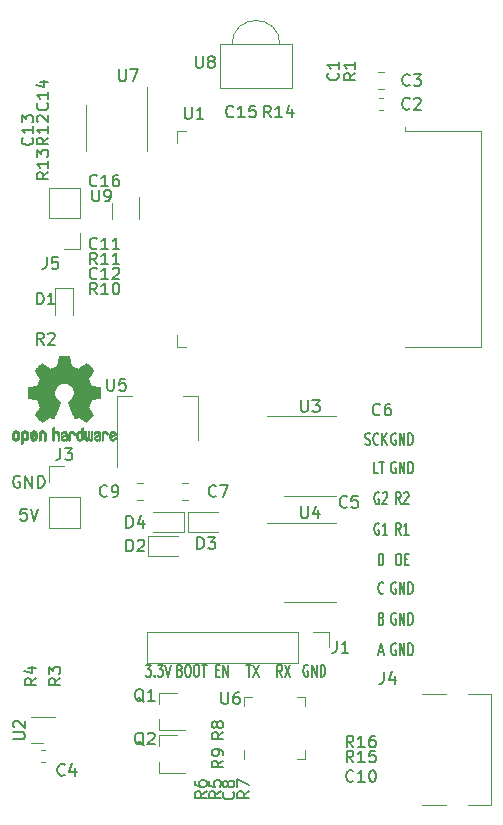
<source format=gbr>
%TF.GenerationSoftware,KiCad,Pcbnew,(5.1.6)-1*%
%TF.CreationDate,2021-03-09T02:14:13+08:00*%
%TF.ProjectId,matrix-clock,6d617472-6978-42d6-936c-6f636b2e6b69,rev?*%
%TF.SameCoordinates,Original*%
%TF.FileFunction,Legend,Top*%
%TF.FilePolarity,Positive*%
%FSLAX46Y46*%
G04 Gerber Fmt 4.6, Leading zero omitted, Abs format (unit mm)*
G04 Created by KiCad (PCBNEW (5.1.6)-1) date 2021-03-09 02:14:13*
%MOMM*%
%LPD*%
G01*
G04 APERTURE LIST*
%ADD10C,0.150000*%
%ADD11C,0.010000*%
%ADD12C,0.120000*%
G04 APERTURE END LIST*
D10*
X131838095Y-100900000D02*
X131742857Y-100852380D01*
X131600000Y-100852380D01*
X131457142Y-100900000D01*
X131361904Y-100995238D01*
X131314285Y-101090476D01*
X131266666Y-101280952D01*
X131266666Y-101423809D01*
X131314285Y-101614285D01*
X131361904Y-101709523D01*
X131457142Y-101804761D01*
X131600000Y-101852380D01*
X131695238Y-101852380D01*
X131838095Y-101804761D01*
X131885714Y-101757142D01*
X131885714Y-101423809D01*
X131695238Y-101423809D01*
X132314285Y-101852380D02*
X132314285Y-100852380D01*
X132885714Y-101852380D01*
X132885714Y-100852380D01*
X133361904Y-101852380D02*
X133361904Y-100852380D01*
X133600000Y-100852380D01*
X133742857Y-100900000D01*
X133838095Y-100995238D01*
X133885714Y-101090476D01*
X133933333Y-101280952D01*
X133933333Y-101423809D01*
X133885714Y-101614285D01*
X133838095Y-101709523D01*
X133742857Y-101804761D01*
X133600000Y-101852380D01*
X133361904Y-101852380D01*
X132409523Y-103652380D02*
X131933333Y-103652380D01*
X131885714Y-104128571D01*
X131933333Y-104080952D01*
X132028571Y-104033333D01*
X132266666Y-104033333D01*
X132361904Y-104080952D01*
X132409523Y-104128571D01*
X132457142Y-104223809D01*
X132457142Y-104461904D01*
X132409523Y-104557142D01*
X132361904Y-104604761D01*
X132266666Y-104652380D01*
X132028571Y-104652380D01*
X131933333Y-104604761D01*
X131885714Y-104557142D01*
X132742857Y-103652380D02*
X133076190Y-104652380D01*
X133409523Y-103652380D01*
X163666666Y-115100000D02*
X163600000Y-115052380D01*
X163500000Y-115052380D01*
X163400000Y-115100000D01*
X163333333Y-115195238D01*
X163300000Y-115290476D01*
X163266666Y-115480952D01*
X163266666Y-115623809D01*
X163300000Y-115814285D01*
X163333333Y-115909523D01*
X163400000Y-116004761D01*
X163500000Y-116052380D01*
X163566666Y-116052380D01*
X163666666Y-116004761D01*
X163700000Y-115957142D01*
X163700000Y-115623809D01*
X163566666Y-115623809D01*
X164000000Y-116052380D02*
X164000000Y-115052380D01*
X164400000Y-116052380D01*
X164400000Y-115052380D01*
X164733333Y-116052380D02*
X164733333Y-115052380D01*
X164900000Y-115052380D01*
X165000000Y-115100000D01*
X165066666Y-115195238D01*
X165100000Y-115290476D01*
X165133333Y-115480952D01*
X165133333Y-115623809D01*
X165100000Y-115814285D01*
X165066666Y-115909523D01*
X165000000Y-116004761D01*
X164900000Y-116052380D01*
X164733333Y-116052380D01*
X163666666Y-112500000D02*
X163600000Y-112452380D01*
X163500000Y-112452380D01*
X163400000Y-112500000D01*
X163333333Y-112595238D01*
X163300000Y-112690476D01*
X163266666Y-112880952D01*
X163266666Y-113023809D01*
X163300000Y-113214285D01*
X163333333Y-113309523D01*
X163400000Y-113404761D01*
X163500000Y-113452380D01*
X163566666Y-113452380D01*
X163666666Y-113404761D01*
X163700000Y-113357142D01*
X163700000Y-113023809D01*
X163566666Y-113023809D01*
X164000000Y-113452380D02*
X164000000Y-112452380D01*
X164400000Y-113452380D01*
X164400000Y-112452380D01*
X164733333Y-113452380D02*
X164733333Y-112452380D01*
X164900000Y-112452380D01*
X165000000Y-112500000D01*
X165066666Y-112595238D01*
X165100000Y-112690476D01*
X165133333Y-112880952D01*
X165133333Y-113023809D01*
X165100000Y-113214285D01*
X165066666Y-113309523D01*
X165000000Y-113404761D01*
X164900000Y-113452380D01*
X164733333Y-113452380D01*
X163666666Y-99700000D02*
X163600000Y-99652380D01*
X163500000Y-99652380D01*
X163400000Y-99700000D01*
X163333333Y-99795238D01*
X163300000Y-99890476D01*
X163266666Y-100080952D01*
X163266666Y-100223809D01*
X163300000Y-100414285D01*
X163333333Y-100509523D01*
X163400000Y-100604761D01*
X163500000Y-100652380D01*
X163566666Y-100652380D01*
X163666666Y-100604761D01*
X163700000Y-100557142D01*
X163700000Y-100223809D01*
X163566666Y-100223809D01*
X164000000Y-100652380D02*
X164000000Y-99652380D01*
X164400000Y-100652380D01*
X164400000Y-99652380D01*
X164733333Y-100652380D02*
X164733333Y-99652380D01*
X164900000Y-99652380D01*
X165000000Y-99700000D01*
X165066666Y-99795238D01*
X165100000Y-99890476D01*
X165133333Y-100080952D01*
X165133333Y-100223809D01*
X165100000Y-100414285D01*
X165066666Y-100509523D01*
X165000000Y-100604761D01*
X164900000Y-100652380D01*
X164733333Y-100652380D01*
X163666666Y-109900000D02*
X163600000Y-109852380D01*
X163500000Y-109852380D01*
X163400000Y-109900000D01*
X163333333Y-109995238D01*
X163300000Y-110090476D01*
X163266666Y-110280952D01*
X163266666Y-110423809D01*
X163300000Y-110614285D01*
X163333333Y-110709523D01*
X163400000Y-110804761D01*
X163500000Y-110852380D01*
X163566666Y-110852380D01*
X163666666Y-110804761D01*
X163700000Y-110757142D01*
X163700000Y-110423809D01*
X163566666Y-110423809D01*
X164000000Y-110852380D02*
X164000000Y-109852380D01*
X164400000Y-110852380D01*
X164400000Y-109852380D01*
X164733333Y-110852380D02*
X164733333Y-109852380D01*
X164900000Y-109852380D01*
X165000000Y-109900000D01*
X165066666Y-109995238D01*
X165100000Y-110090476D01*
X165133333Y-110280952D01*
X165133333Y-110423809D01*
X165100000Y-110614285D01*
X165066666Y-110709523D01*
X165000000Y-110804761D01*
X164900000Y-110852380D01*
X164733333Y-110852380D01*
X162233333Y-115766666D02*
X162566666Y-115766666D01*
X162166666Y-116052380D02*
X162400000Y-115052380D01*
X162633333Y-116052380D01*
X162450000Y-112928571D02*
X162550000Y-112976190D01*
X162583333Y-113023809D01*
X162616666Y-113119047D01*
X162616666Y-113261904D01*
X162583333Y-113357142D01*
X162550000Y-113404761D01*
X162483333Y-113452380D01*
X162216666Y-113452380D01*
X162216666Y-112452380D01*
X162450000Y-112452380D01*
X162516666Y-112500000D01*
X162550000Y-112547619D01*
X162583333Y-112642857D01*
X162583333Y-112738095D01*
X162550000Y-112833333D01*
X162516666Y-112880952D01*
X162450000Y-112928571D01*
X162216666Y-112928571D01*
X162616666Y-110757142D02*
X162583333Y-110804761D01*
X162483333Y-110852380D01*
X162416666Y-110852380D01*
X162316666Y-110804761D01*
X162250000Y-110709523D01*
X162216666Y-110614285D01*
X162183333Y-110423809D01*
X162183333Y-110280952D01*
X162216666Y-110090476D01*
X162250000Y-109995238D01*
X162316666Y-109900000D01*
X162416666Y-109852380D01*
X162483333Y-109852380D01*
X162583333Y-109900000D01*
X162616666Y-109947619D01*
X162216666Y-108452380D02*
X162216666Y-107452380D01*
X162383333Y-107452380D01*
X162483333Y-107500000D01*
X162550000Y-107595238D01*
X162583333Y-107690476D01*
X162616666Y-107880952D01*
X162616666Y-108023809D01*
X162583333Y-108214285D01*
X162550000Y-108309523D01*
X162483333Y-108404761D01*
X162383333Y-108452380D01*
X162216666Y-108452380D01*
X163816666Y-107452380D02*
X163950000Y-107452380D01*
X164016666Y-107500000D01*
X164083333Y-107595238D01*
X164116666Y-107785714D01*
X164116666Y-108119047D01*
X164083333Y-108309523D01*
X164016666Y-108404761D01*
X163950000Y-108452380D01*
X163816666Y-108452380D01*
X163750000Y-108404761D01*
X163683333Y-108309523D01*
X163650000Y-108119047D01*
X163650000Y-107785714D01*
X163683333Y-107595238D01*
X163750000Y-107500000D01*
X163816666Y-107452380D01*
X164416666Y-107928571D02*
X164650000Y-107928571D01*
X164750000Y-108452380D02*
X164416666Y-108452380D01*
X164416666Y-107452380D01*
X164750000Y-107452380D01*
X164083333Y-105852380D02*
X163850000Y-105376190D01*
X163683333Y-105852380D02*
X163683333Y-104852380D01*
X163950000Y-104852380D01*
X164016666Y-104900000D01*
X164050000Y-104947619D01*
X164083333Y-105042857D01*
X164083333Y-105185714D01*
X164050000Y-105280952D01*
X164016666Y-105328571D01*
X163950000Y-105376190D01*
X163683333Y-105376190D01*
X164750000Y-105852380D02*
X164350000Y-105852380D01*
X164550000Y-105852380D02*
X164550000Y-104852380D01*
X164483333Y-104995238D01*
X164416666Y-105090476D01*
X164350000Y-105138095D01*
X162250000Y-104900000D02*
X162183333Y-104852380D01*
X162083333Y-104852380D01*
X161983333Y-104900000D01*
X161916666Y-104995238D01*
X161883333Y-105090476D01*
X161850000Y-105280952D01*
X161850000Y-105423809D01*
X161883333Y-105614285D01*
X161916666Y-105709523D01*
X161983333Y-105804761D01*
X162083333Y-105852380D01*
X162150000Y-105852380D01*
X162250000Y-105804761D01*
X162283333Y-105757142D01*
X162283333Y-105423809D01*
X162150000Y-105423809D01*
X162950000Y-105852380D02*
X162550000Y-105852380D01*
X162750000Y-105852380D02*
X162750000Y-104852380D01*
X162683333Y-104995238D01*
X162616666Y-105090476D01*
X162550000Y-105138095D01*
X164083333Y-103252380D02*
X163850000Y-102776190D01*
X163683333Y-103252380D02*
X163683333Y-102252380D01*
X163950000Y-102252380D01*
X164016666Y-102300000D01*
X164050000Y-102347619D01*
X164083333Y-102442857D01*
X164083333Y-102585714D01*
X164050000Y-102680952D01*
X164016666Y-102728571D01*
X163950000Y-102776190D01*
X163683333Y-102776190D01*
X164350000Y-102347619D02*
X164383333Y-102300000D01*
X164450000Y-102252380D01*
X164616666Y-102252380D01*
X164683333Y-102300000D01*
X164716666Y-102347619D01*
X164750000Y-102442857D01*
X164750000Y-102538095D01*
X164716666Y-102680952D01*
X164316666Y-103252380D01*
X164750000Y-103252380D01*
X162250000Y-102300000D02*
X162183333Y-102252380D01*
X162083333Y-102252380D01*
X161983333Y-102300000D01*
X161916666Y-102395238D01*
X161883333Y-102490476D01*
X161850000Y-102680952D01*
X161850000Y-102823809D01*
X161883333Y-103014285D01*
X161916666Y-103109523D01*
X161983333Y-103204761D01*
X162083333Y-103252380D01*
X162150000Y-103252380D01*
X162250000Y-103204761D01*
X162283333Y-103157142D01*
X162283333Y-102823809D01*
X162150000Y-102823809D01*
X162550000Y-102347619D02*
X162583333Y-102300000D01*
X162650000Y-102252380D01*
X162816666Y-102252380D01*
X162883333Y-102300000D01*
X162916666Y-102347619D01*
X162950000Y-102442857D01*
X162950000Y-102538095D01*
X162916666Y-102680952D01*
X162516666Y-103252380D01*
X162950000Y-103252380D01*
X162150000Y-100652380D02*
X161816666Y-100652380D01*
X161816666Y-99652380D01*
X162283333Y-99652380D02*
X162683333Y-99652380D01*
X162483333Y-100652380D02*
X162483333Y-99652380D01*
X163666666Y-97300000D02*
X163600000Y-97252380D01*
X163500000Y-97252380D01*
X163400000Y-97300000D01*
X163333333Y-97395238D01*
X163300000Y-97490476D01*
X163266666Y-97680952D01*
X163266666Y-97823809D01*
X163300000Y-98014285D01*
X163333333Y-98109523D01*
X163400000Y-98204761D01*
X163500000Y-98252380D01*
X163566666Y-98252380D01*
X163666666Y-98204761D01*
X163700000Y-98157142D01*
X163700000Y-97823809D01*
X163566666Y-97823809D01*
X164000000Y-98252380D02*
X164000000Y-97252380D01*
X164400000Y-98252380D01*
X164400000Y-97252380D01*
X164733333Y-98252380D02*
X164733333Y-97252380D01*
X164900000Y-97252380D01*
X165000000Y-97300000D01*
X165066666Y-97395238D01*
X165100000Y-97490476D01*
X165133333Y-97680952D01*
X165133333Y-97823809D01*
X165100000Y-98014285D01*
X165066666Y-98109523D01*
X165000000Y-98204761D01*
X164900000Y-98252380D01*
X164733333Y-98252380D01*
X161100000Y-98204761D02*
X161200000Y-98252380D01*
X161366666Y-98252380D01*
X161433333Y-98204761D01*
X161466666Y-98157142D01*
X161500000Y-98061904D01*
X161500000Y-97966666D01*
X161466666Y-97871428D01*
X161433333Y-97823809D01*
X161366666Y-97776190D01*
X161233333Y-97728571D01*
X161166666Y-97680952D01*
X161133333Y-97633333D01*
X161100000Y-97538095D01*
X161100000Y-97442857D01*
X161133333Y-97347619D01*
X161166666Y-97300000D01*
X161233333Y-97252380D01*
X161400000Y-97252380D01*
X161500000Y-97300000D01*
X162200000Y-98157142D02*
X162166666Y-98204761D01*
X162066666Y-98252380D01*
X162000000Y-98252380D01*
X161900000Y-98204761D01*
X161833333Y-98109523D01*
X161800000Y-98014285D01*
X161766666Y-97823809D01*
X161766666Y-97680952D01*
X161800000Y-97490476D01*
X161833333Y-97395238D01*
X161900000Y-97300000D01*
X162000000Y-97252380D01*
X162066666Y-97252380D01*
X162166666Y-97300000D01*
X162200000Y-97347619D01*
X162500000Y-98252380D02*
X162500000Y-97252380D01*
X162900000Y-98252380D02*
X162600000Y-97680952D01*
X162900000Y-97252380D02*
X162500000Y-97823809D01*
X156225666Y-116900000D02*
X156159000Y-116852380D01*
X156059000Y-116852380D01*
X155959000Y-116900000D01*
X155892333Y-116995238D01*
X155859000Y-117090476D01*
X155825666Y-117280952D01*
X155825666Y-117423809D01*
X155859000Y-117614285D01*
X155892333Y-117709523D01*
X155959000Y-117804761D01*
X156059000Y-117852380D01*
X156125666Y-117852380D01*
X156225666Y-117804761D01*
X156259000Y-117757142D01*
X156259000Y-117423809D01*
X156125666Y-117423809D01*
X156559000Y-117852380D02*
X156559000Y-116852380D01*
X156959000Y-117852380D01*
X156959000Y-116852380D01*
X157292333Y-117852380D02*
X157292333Y-116852380D01*
X157459000Y-116852380D01*
X157559000Y-116900000D01*
X157625666Y-116995238D01*
X157659000Y-117090476D01*
X157692333Y-117280952D01*
X157692333Y-117423809D01*
X157659000Y-117614285D01*
X157625666Y-117709523D01*
X157559000Y-117804761D01*
X157459000Y-117852380D01*
X157292333Y-117852380D01*
X154042333Y-117852380D02*
X153809000Y-117376190D01*
X153642333Y-117852380D02*
X153642333Y-116852380D01*
X153909000Y-116852380D01*
X153975666Y-116900000D01*
X154009000Y-116947619D01*
X154042333Y-117042857D01*
X154042333Y-117185714D01*
X154009000Y-117280952D01*
X153975666Y-117328571D01*
X153909000Y-117376190D01*
X153642333Y-117376190D01*
X154275666Y-116852380D02*
X154742333Y-117852380D01*
X154742333Y-116852380D02*
X154275666Y-117852380D01*
X151025666Y-116852380D02*
X151425666Y-116852380D01*
X151225666Y-117852380D02*
X151225666Y-116852380D01*
X151592333Y-116852380D02*
X152059000Y-117852380D01*
X152059000Y-116852380D02*
X151592333Y-117852380D01*
X148442333Y-117328571D02*
X148675666Y-117328571D01*
X148775666Y-117852380D02*
X148442333Y-117852380D01*
X148442333Y-116852380D01*
X148775666Y-116852380D01*
X149075666Y-117852380D02*
X149075666Y-116852380D01*
X149475666Y-117852380D01*
X149475666Y-116852380D01*
X142525666Y-116852380D02*
X142959000Y-116852380D01*
X142725666Y-117233333D01*
X142825666Y-117233333D01*
X142892333Y-117280952D01*
X142925666Y-117328571D01*
X142959000Y-117423809D01*
X142959000Y-117661904D01*
X142925666Y-117757142D01*
X142892333Y-117804761D01*
X142825666Y-117852380D01*
X142625666Y-117852380D01*
X142559000Y-117804761D01*
X142525666Y-117757142D01*
X143259000Y-117757142D02*
X143292333Y-117804761D01*
X143259000Y-117852380D01*
X143225666Y-117804761D01*
X143259000Y-117757142D01*
X143259000Y-117852380D01*
X143525666Y-116852380D02*
X143959000Y-116852380D01*
X143725666Y-117233333D01*
X143825666Y-117233333D01*
X143892333Y-117280952D01*
X143925666Y-117328571D01*
X143959000Y-117423809D01*
X143959000Y-117661904D01*
X143925666Y-117757142D01*
X143892333Y-117804761D01*
X143825666Y-117852380D01*
X143625666Y-117852380D01*
X143559000Y-117804761D01*
X143525666Y-117757142D01*
X144159000Y-116852380D02*
X144392333Y-117852380D01*
X144625666Y-116852380D01*
X145409000Y-117328571D02*
X145509000Y-117376190D01*
X145542333Y-117423809D01*
X145575666Y-117519047D01*
X145575666Y-117661904D01*
X145542333Y-117757142D01*
X145509000Y-117804761D01*
X145442333Y-117852380D01*
X145175666Y-117852380D01*
X145175666Y-116852380D01*
X145409000Y-116852380D01*
X145475666Y-116900000D01*
X145509000Y-116947619D01*
X145542333Y-117042857D01*
X145542333Y-117138095D01*
X145509000Y-117233333D01*
X145475666Y-117280952D01*
X145409000Y-117328571D01*
X145175666Y-117328571D01*
X146009000Y-116852380D02*
X146142333Y-116852380D01*
X146209000Y-116900000D01*
X146275666Y-116995238D01*
X146309000Y-117185714D01*
X146309000Y-117519047D01*
X146275666Y-117709523D01*
X146209000Y-117804761D01*
X146142333Y-117852380D01*
X146009000Y-117852380D01*
X145942333Y-117804761D01*
X145875666Y-117709523D01*
X145842333Y-117519047D01*
X145842333Y-117185714D01*
X145875666Y-116995238D01*
X145942333Y-116900000D01*
X146009000Y-116852380D01*
X146742333Y-116852380D02*
X146875666Y-116852380D01*
X146942333Y-116900000D01*
X147009000Y-116995238D01*
X147042333Y-117185714D01*
X147042333Y-117519047D01*
X147009000Y-117709523D01*
X146942333Y-117804761D01*
X146875666Y-117852380D01*
X146742333Y-117852380D01*
X146675666Y-117804761D01*
X146609000Y-117709523D01*
X146575666Y-117519047D01*
X146575666Y-117185714D01*
X146609000Y-116995238D01*
X146675666Y-116900000D01*
X146742333Y-116852380D01*
X147242333Y-116852380D02*
X147642333Y-116852380D01*
X147442333Y-117852380D02*
X147442333Y-116852380D01*
D11*
%TO.C,REF\u002A\u002A*%
G36*
X132340886Y-97024505D02*
G01*
X132415539Y-97061727D01*
X132481431Y-97130261D01*
X132499577Y-97155648D01*
X132519345Y-97188866D01*
X132532172Y-97224945D01*
X132539510Y-97273098D01*
X132542813Y-97342536D01*
X132543538Y-97434206D01*
X132540263Y-97559830D01*
X132528877Y-97654154D01*
X132507041Y-97724523D01*
X132472419Y-97778286D01*
X132422670Y-97822788D01*
X132419014Y-97825423D01*
X132369985Y-97852377D01*
X132310945Y-97865712D01*
X132235859Y-97869000D01*
X132113795Y-97869000D01*
X132113744Y-97987497D01*
X132112608Y-98053492D01*
X132105686Y-98092202D01*
X132087598Y-98115419D01*
X132052962Y-98134933D01*
X132044645Y-98138920D01*
X132005720Y-98157603D01*
X131975583Y-98169403D01*
X131953174Y-98170422D01*
X131937433Y-98156761D01*
X131927302Y-98124522D01*
X131921723Y-98069804D01*
X131919635Y-97988711D01*
X131919981Y-97877344D01*
X131921700Y-97731802D01*
X131922237Y-97688269D01*
X131924172Y-97538205D01*
X131925904Y-97440042D01*
X132113692Y-97440042D01*
X132114748Y-97523364D01*
X132119438Y-97577880D01*
X132130051Y-97613837D01*
X132148872Y-97641482D01*
X132161650Y-97654965D01*
X132213890Y-97694417D01*
X132260142Y-97697628D01*
X132307867Y-97665049D01*
X132309077Y-97663846D01*
X132328494Y-97638668D01*
X132340307Y-97604447D01*
X132346265Y-97551748D01*
X132348120Y-97471131D01*
X132348154Y-97453271D01*
X132343670Y-97342175D01*
X132329074Y-97265161D01*
X132302650Y-97218147D01*
X132262683Y-97197050D01*
X132239584Y-97194923D01*
X132184762Y-97204900D01*
X132147158Y-97237752D01*
X132124523Y-97297857D01*
X132114606Y-97389598D01*
X132113692Y-97440042D01*
X131925904Y-97440042D01*
X131926222Y-97422060D01*
X131928873Y-97334679D01*
X131932606Y-97270905D01*
X131937907Y-97225582D01*
X131945258Y-97193555D01*
X131955143Y-97169668D01*
X131968046Y-97148764D01*
X131973579Y-97140898D01*
X132046969Y-97066595D01*
X132139760Y-97024467D01*
X132247096Y-97012722D01*
X132340886Y-97024505D01*
G37*
X132340886Y-97024505D02*
X132415539Y-97061727D01*
X132481431Y-97130261D01*
X132499577Y-97155648D01*
X132519345Y-97188866D01*
X132532172Y-97224945D01*
X132539510Y-97273098D01*
X132542813Y-97342536D01*
X132543538Y-97434206D01*
X132540263Y-97559830D01*
X132528877Y-97654154D01*
X132507041Y-97724523D01*
X132472419Y-97778286D01*
X132422670Y-97822788D01*
X132419014Y-97825423D01*
X132369985Y-97852377D01*
X132310945Y-97865712D01*
X132235859Y-97869000D01*
X132113795Y-97869000D01*
X132113744Y-97987497D01*
X132112608Y-98053492D01*
X132105686Y-98092202D01*
X132087598Y-98115419D01*
X132052962Y-98134933D01*
X132044645Y-98138920D01*
X132005720Y-98157603D01*
X131975583Y-98169403D01*
X131953174Y-98170422D01*
X131937433Y-98156761D01*
X131927302Y-98124522D01*
X131921723Y-98069804D01*
X131919635Y-97988711D01*
X131919981Y-97877344D01*
X131921700Y-97731802D01*
X131922237Y-97688269D01*
X131924172Y-97538205D01*
X131925904Y-97440042D01*
X132113692Y-97440042D01*
X132114748Y-97523364D01*
X132119438Y-97577880D01*
X132130051Y-97613837D01*
X132148872Y-97641482D01*
X132161650Y-97654965D01*
X132213890Y-97694417D01*
X132260142Y-97697628D01*
X132307867Y-97665049D01*
X132309077Y-97663846D01*
X132328494Y-97638668D01*
X132340307Y-97604447D01*
X132346265Y-97551748D01*
X132348120Y-97471131D01*
X132348154Y-97453271D01*
X132343670Y-97342175D01*
X132329074Y-97265161D01*
X132302650Y-97218147D01*
X132262683Y-97197050D01*
X132239584Y-97194923D01*
X132184762Y-97204900D01*
X132147158Y-97237752D01*
X132124523Y-97297857D01*
X132114606Y-97389598D01*
X132113692Y-97440042D01*
X131925904Y-97440042D01*
X131926222Y-97422060D01*
X131928873Y-97334679D01*
X131932606Y-97270905D01*
X131937907Y-97225582D01*
X131945258Y-97193555D01*
X131955143Y-97169668D01*
X131968046Y-97148764D01*
X131973579Y-97140898D01*
X132046969Y-97066595D01*
X132139760Y-97024467D01*
X132247096Y-97012722D01*
X132340886Y-97024505D01*
G36*
X133843664Y-97035089D02*
G01*
X133906367Y-97071358D01*
X133949961Y-97107358D01*
X133981845Y-97145075D01*
X134003810Y-97191199D01*
X134017649Y-97252421D01*
X134025153Y-97335431D01*
X134028117Y-97446919D01*
X134028461Y-97527062D01*
X134028461Y-97822065D01*
X133862385Y-97896515D01*
X133852615Y-97573402D01*
X133848579Y-97452729D01*
X133844344Y-97365141D01*
X133839097Y-97304650D01*
X133832025Y-97265268D01*
X133822311Y-97241007D01*
X133809144Y-97225880D01*
X133804919Y-97222606D01*
X133740909Y-97197034D01*
X133676208Y-97207153D01*
X133637692Y-97234000D01*
X133622025Y-97253024D01*
X133611180Y-97277988D01*
X133604288Y-97315834D01*
X133600479Y-97373502D01*
X133598883Y-97457935D01*
X133598615Y-97545928D01*
X133598563Y-97656323D01*
X133596672Y-97734463D01*
X133590345Y-97787165D01*
X133576983Y-97821242D01*
X133553985Y-97843511D01*
X133518754Y-97860787D01*
X133471697Y-97878738D01*
X133420303Y-97898278D01*
X133426421Y-97551485D01*
X133428884Y-97426468D01*
X133431767Y-97334082D01*
X133435898Y-97267881D01*
X133442107Y-97221420D01*
X133451226Y-97188256D01*
X133464083Y-97161944D01*
X133479584Y-97138729D01*
X133554371Y-97064569D01*
X133645628Y-97021684D01*
X133744883Y-97011412D01*
X133843664Y-97035089D01*
G37*
X133843664Y-97035089D02*
X133906367Y-97071358D01*
X133949961Y-97107358D01*
X133981845Y-97145075D01*
X134003810Y-97191199D01*
X134017649Y-97252421D01*
X134025153Y-97335431D01*
X134028117Y-97446919D01*
X134028461Y-97527062D01*
X134028461Y-97822065D01*
X133862385Y-97896515D01*
X133852615Y-97573402D01*
X133848579Y-97452729D01*
X133844344Y-97365141D01*
X133839097Y-97304650D01*
X133832025Y-97265268D01*
X133822311Y-97241007D01*
X133809144Y-97225880D01*
X133804919Y-97222606D01*
X133740909Y-97197034D01*
X133676208Y-97207153D01*
X133637692Y-97234000D01*
X133622025Y-97253024D01*
X133611180Y-97277988D01*
X133604288Y-97315834D01*
X133600479Y-97373502D01*
X133598883Y-97457935D01*
X133598615Y-97545928D01*
X133598563Y-97656323D01*
X133596672Y-97734463D01*
X133590345Y-97787165D01*
X133576983Y-97821242D01*
X133553985Y-97843511D01*
X133518754Y-97860787D01*
X133471697Y-97878738D01*
X133420303Y-97898278D01*
X133426421Y-97551485D01*
X133428884Y-97426468D01*
X133431767Y-97334082D01*
X133435898Y-97267881D01*
X133442107Y-97221420D01*
X133451226Y-97188256D01*
X133464083Y-97161944D01*
X133479584Y-97138729D01*
X133554371Y-97064569D01*
X133645628Y-97021684D01*
X133744883Y-97011412D01*
X133843664Y-97035089D01*
G36*
X131588886Y-97027256D02*
G01*
X131680464Y-97075409D01*
X131748049Y-97152905D01*
X131772057Y-97202727D01*
X131790738Y-97277533D01*
X131800301Y-97372052D01*
X131801208Y-97475210D01*
X131793921Y-97575935D01*
X131778903Y-97663153D01*
X131756615Y-97725791D01*
X131749765Y-97736579D01*
X131668632Y-97817105D01*
X131572266Y-97865336D01*
X131467701Y-97879450D01*
X131361968Y-97857629D01*
X131332543Y-97844547D01*
X131275241Y-97804231D01*
X131224950Y-97750775D01*
X131220197Y-97743995D01*
X131200878Y-97711321D01*
X131188108Y-97676394D01*
X131180564Y-97630414D01*
X131176924Y-97564584D01*
X131175865Y-97470105D01*
X131175846Y-97448923D01*
X131175894Y-97442182D01*
X131371231Y-97442182D01*
X131372368Y-97531349D01*
X131376841Y-97590520D01*
X131386246Y-97628741D01*
X131402176Y-97655053D01*
X131410308Y-97663846D01*
X131457058Y-97697261D01*
X131502447Y-97695737D01*
X131548340Y-97666752D01*
X131575712Y-97635809D01*
X131591923Y-97590643D01*
X131601026Y-97519420D01*
X131601651Y-97511114D01*
X131603204Y-97382037D01*
X131586965Y-97286172D01*
X131553152Y-97224107D01*
X131501984Y-97196432D01*
X131483720Y-97194923D01*
X131435760Y-97202513D01*
X131402953Y-97228808D01*
X131382895Y-97279095D01*
X131373178Y-97358664D01*
X131371231Y-97442182D01*
X131175894Y-97442182D01*
X131176574Y-97348249D01*
X131179629Y-97277906D01*
X131186322Y-97229163D01*
X131197960Y-97193288D01*
X131215853Y-97161548D01*
X131219808Y-97155648D01*
X131286267Y-97076104D01*
X131358685Y-97029929D01*
X131446849Y-97011599D01*
X131476787Y-97010703D01*
X131588886Y-97027256D01*
G37*
X131588886Y-97027256D02*
X131680464Y-97075409D01*
X131748049Y-97152905D01*
X131772057Y-97202727D01*
X131790738Y-97277533D01*
X131800301Y-97372052D01*
X131801208Y-97475210D01*
X131793921Y-97575935D01*
X131778903Y-97663153D01*
X131756615Y-97725791D01*
X131749765Y-97736579D01*
X131668632Y-97817105D01*
X131572266Y-97865336D01*
X131467701Y-97879450D01*
X131361968Y-97857629D01*
X131332543Y-97844547D01*
X131275241Y-97804231D01*
X131224950Y-97750775D01*
X131220197Y-97743995D01*
X131200878Y-97711321D01*
X131188108Y-97676394D01*
X131180564Y-97630414D01*
X131176924Y-97564584D01*
X131175865Y-97470105D01*
X131175846Y-97448923D01*
X131175894Y-97442182D01*
X131371231Y-97442182D01*
X131372368Y-97531349D01*
X131376841Y-97590520D01*
X131386246Y-97628741D01*
X131402176Y-97655053D01*
X131410308Y-97663846D01*
X131457058Y-97697261D01*
X131502447Y-97695737D01*
X131548340Y-97666752D01*
X131575712Y-97635809D01*
X131591923Y-97590643D01*
X131601026Y-97519420D01*
X131601651Y-97511114D01*
X131603204Y-97382037D01*
X131586965Y-97286172D01*
X131553152Y-97224107D01*
X131501984Y-97196432D01*
X131483720Y-97194923D01*
X131435760Y-97202513D01*
X131402953Y-97228808D01*
X131382895Y-97279095D01*
X131373178Y-97358664D01*
X131371231Y-97442182D01*
X131175894Y-97442182D01*
X131176574Y-97348249D01*
X131179629Y-97277906D01*
X131186322Y-97229163D01*
X131197960Y-97193288D01*
X131215853Y-97161548D01*
X131219808Y-97155648D01*
X131286267Y-97076104D01*
X131358685Y-97029929D01*
X131446849Y-97011599D01*
X131476787Y-97010703D01*
X131588886Y-97027256D01*
G36*
X133106254Y-97039745D02*
G01*
X133183286Y-97091567D01*
X133242816Y-97166412D01*
X133278378Y-97261654D01*
X133285571Y-97331756D01*
X133284754Y-97361009D01*
X133277914Y-97383407D01*
X133259112Y-97403474D01*
X133222408Y-97425733D01*
X133161862Y-97454709D01*
X133071534Y-97494927D01*
X133071077Y-97495129D01*
X132987933Y-97533210D01*
X132919753Y-97567025D01*
X132873505Y-97592933D01*
X132856158Y-97607295D01*
X132856154Y-97607411D01*
X132871443Y-97638685D01*
X132907196Y-97673157D01*
X132948242Y-97697990D01*
X132969037Y-97702923D01*
X133025770Y-97685862D01*
X133074627Y-97643133D01*
X133098465Y-97596155D01*
X133121397Y-97561522D01*
X133166318Y-97522081D01*
X133219123Y-97488009D01*
X133265710Y-97469480D01*
X133275452Y-97468462D01*
X133286418Y-97485215D01*
X133287079Y-97528039D01*
X133279020Y-97585781D01*
X133263827Y-97647289D01*
X133243086Y-97701409D01*
X133242038Y-97703510D01*
X133179621Y-97790660D01*
X133098726Y-97849939D01*
X133006856Y-97879034D01*
X132911513Y-97875634D01*
X132820198Y-97837428D01*
X132816138Y-97834741D01*
X132744306Y-97769642D01*
X132697073Y-97684705D01*
X132670934Y-97573021D01*
X132667426Y-97541643D01*
X132661213Y-97393536D01*
X132668661Y-97324468D01*
X132856154Y-97324468D01*
X132858590Y-97367552D01*
X132871914Y-97380126D01*
X132905132Y-97370719D01*
X132957494Y-97348483D01*
X133016024Y-97320610D01*
X133017479Y-97319872D01*
X133067089Y-97293777D01*
X133087000Y-97276363D01*
X133082090Y-97258107D01*
X133061416Y-97234120D01*
X133008819Y-97199406D01*
X132952177Y-97196856D01*
X132901369Y-97222119D01*
X132866276Y-97270847D01*
X132856154Y-97324468D01*
X132668661Y-97324468D01*
X132673992Y-97275036D01*
X132706778Y-97181055D01*
X132752421Y-97115215D01*
X132834802Y-97048681D01*
X132925546Y-97015676D01*
X133018185Y-97013573D01*
X133106254Y-97039745D01*
G37*
X133106254Y-97039745D02*
X133183286Y-97091567D01*
X133242816Y-97166412D01*
X133278378Y-97261654D01*
X133285571Y-97331756D01*
X133284754Y-97361009D01*
X133277914Y-97383407D01*
X133259112Y-97403474D01*
X133222408Y-97425733D01*
X133161862Y-97454709D01*
X133071534Y-97494927D01*
X133071077Y-97495129D01*
X132987933Y-97533210D01*
X132919753Y-97567025D01*
X132873505Y-97592933D01*
X132856158Y-97607295D01*
X132856154Y-97607411D01*
X132871443Y-97638685D01*
X132907196Y-97673157D01*
X132948242Y-97697990D01*
X132969037Y-97702923D01*
X133025770Y-97685862D01*
X133074627Y-97643133D01*
X133098465Y-97596155D01*
X133121397Y-97561522D01*
X133166318Y-97522081D01*
X133219123Y-97488009D01*
X133265710Y-97469480D01*
X133275452Y-97468462D01*
X133286418Y-97485215D01*
X133287079Y-97528039D01*
X133279020Y-97585781D01*
X133263827Y-97647289D01*
X133243086Y-97701409D01*
X133242038Y-97703510D01*
X133179621Y-97790660D01*
X133098726Y-97849939D01*
X133006856Y-97879034D01*
X132911513Y-97875634D01*
X132820198Y-97837428D01*
X132816138Y-97834741D01*
X132744306Y-97769642D01*
X132697073Y-97684705D01*
X132670934Y-97573021D01*
X132667426Y-97541643D01*
X132661213Y-97393536D01*
X132668661Y-97324468D01*
X132856154Y-97324468D01*
X132858590Y-97367552D01*
X132871914Y-97380126D01*
X132905132Y-97370719D01*
X132957494Y-97348483D01*
X133016024Y-97320610D01*
X133017479Y-97319872D01*
X133067089Y-97293777D01*
X133087000Y-97276363D01*
X133082090Y-97258107D01*
X133061416Y-97234120D01*
X133008819Y-97199406D01*
X132952177Y-97196856D01*
X132901369Y-97222119D01*
X132866276Y-97270847D01*
X132856154Y-97324468D01*
X132668661Y-97324468D01*
X132673992Y-97275036D01*
X132706778Y-97181055D01*
X132752421Y-97115215D01*
X132834802Y-97048681D01*
X132925546Y-97015676D01*
X133018185Y-97013573D01*
X133106254Y-97039745D01*
G36*
X134731846Y-96932120D02*
G01*
X134737572Y-97011980D01*
X134744149Y-97059039D01*
X134753262Y-97079566D01*
X134766598Y-97079829D01*
X134770923Y-97077378D01*
X134828444Y-97059636D01*
X134903268Y-97060672D01*
X134979339Y-97078910D01*
X135026918Y-97102505D01*
X135075702Y-97140198D01*
X135111364Y-97182855D01*
X135135845Y-97237057D01*
X135151087Y-97309384D01*
X135159030Y-97406419D01*
X135161616Y-97534742D01*
X135161662Y-97559358D01*
X135161692Y-97835870D01*
X135100161Y-97857320D01*
X135056459Y-97871912D01*
X135032482Y-97878706D01*
X135031777Y-97878769D01*
X135029415Y-97860345D01*
X135027406Y-97809526D01*
X135025901Y-97732993D01*
X135025053Y-97637430D01*
X135024923Y-97579329D01*
X135024651Y-97464771D01*
X135023252Y-97382667D01*
X135019849Y-97326393D01*
X135013567Y-97289326D01*
X135003529Y-97264844D01*
X134988861Y-97246325D01*
X134979702Y-97237406D01*
X134916789Y-97201466D01*
X134848136Y-97198775D01*
X134785848Y-97229170D01*
X134774329Y-97240144D01*
X134757433Y-97260779D01*
X134745714Y-97285256D01*
X134738233Y-97320647D01*
X134734054Y-97374026D01*
X134732237Y-97452466D01*
X134731846Y-97560617D01*
X134731846Y-97835870D01*
X134670315Y-97857320D01*
X134626613Y-97871912D01*
X134602636Y-97878706D01*
X134601930Y-97878769D01*
X134600126Y-97860069D01*
X134598500Y-97807322D01*
X134597117Y-97725557D01*
X134596042Y-97619805D01*
X134595340Y-97495094D01*
X134595077Y-97356455D01*
X134595077Y-96821806D01*
X134722077Y-96768236D01*
X134731846Y-96932120D01*
G37*
X134731846Y-96932120D02*
X134737572Y-97011980D01*
X134744149Y-97059039D01*
X134753262Y-97079566D01*
X134766598Y-97079829D01*
X134770923Y-97077378D01*
X134828444Y-97059636D01*
X134903268Y-97060672D01*
X134979339Y-97078910D01*
X135026918Y-97102505D01*
X135075702Y-97140198D01*
X135111364Y-97182855D01*
X135135845Y-97237057D01*
X135151087Y-97309384D01*
X135159030Y-97406419D01*
X135161616Y-97534742D01*
X135161662Y-97559358D01*
X135161692Y-97835870D01*
X135100161Y-97857320D01*
X135056459Y-97871912D01*
X135032482Y-97878706D01*
X135031777Y-97878769D01*
X135029415Y-97860345D01*
X135027406Y-97809526D01*
X135025901Y-97732993D01*
X135025053Y-97637430D01*
X135024923Y-97579329D01*
X135024651Y-97464771D01*
X135023252Y-97382667D01*
X135019849Y-97326393D01*
X135013567Y-97289326D01*
X135003529Y-97264844D01*
X134988861Y-97246325D01*
X134979702Y-97237406D01*
X134916789Y-97201466D01*
X134848136Y-97198775D01*
X134785848Y-97229170D01*
X134774329Y-97240144D01*
X134757433Y-97260779D01*
X134745714Y-97285256D01*
X134738233Y-97320647D01*
X134734054Y-97374026D01*
X134732237Y-97452466D01*
X134731846Y-97560617D01*
X134731846Y-97835870D01*
X134670315Y-97857320D01*
X134626613Y-97871912D01*
X134602636Y-97878706D01*
X134601930Y-97878769D01*
X134600126Y-97860069D01*
X134598500Y-97807322D01*
X134597117Y-97725557D01*
X134596042Y-97619805D01*
X134595340Y-97495094D01*
X134595077Y-97356455D01*
X134595077Y-96821806D01*
X134722077Y-96768236D01*
X134731846Y-96932120D01*
G36*
X135625501Y-97066303D02*
G01*
X135702060Y-97094733D01*
X135702936Y-97095279D01*
X135750285Y-97130127D01*
X135785241Y-97170852D01*
X135809825Y-97223925D01*
X135826062Y-97295814D01*
X135835975Y-97392992D01*
X135841586Y-97521928D01*
X135842077Y-97540298D01*
X135849141Y-97817287D01*
X135789695Y-97848028D01*
X135746681Y-97868802D01*
X135720710Y-97878646D01*
X135719509Y-97878769D01*
X135715014Y-97860606D01*
X135711444Y-97811612D01*
X135709248Y-97740031D01*
X135708769Y-97682068D01*
X135708758Y-97588170D01*
X135704466Y-97529203D01*
X135689503Y-97501079D01*
X135657482Y-97499706D01*
X135602014Y-97520998D01*
X135518269Y-97560136D01*
X135456689Y-97592643D01*
X135425017Y-97620845D01*
X135415706Y-97651582D01*
X135415692Y-97653104D01*
X135431057Y-97706054D01*
X135476547Y-97734660D01*
X135546166Y-97738803D01*
X135596313Y-97738084D01*
X135622754Y-97752527D01*
X135639243Y-97787218D01*
X135648733Y-97831416D01*
X135635057Y-97856493D01*
X135629907Y-97860082D01*
X135581425Y-97874496D01*
X135513531Y-97876537D01*
X135443612Y-97866983D01*
X135394068Y-97849522D01*
X135325570Y-97791364D01*
X135286634Y-97710408D01*
X135278923Y-97647160D01*
X135284807Y-97590111D01*
X135306101Y-97543542D01*
X135348265Y-97502181D01*
X135416759Y-97460755D01*
X135517044Y-97413993D01*
X135523154Y-97411350D01*
X135613490Y-97369617D01*
X135669235Y-97335391D01*
X135693129Y-97304635D01*
X135687913Y-97273311D01*
X135656328Y-97237383D01*
X135646883Y-97229116D01*
X135583617Y-97197058D01*
X135518064Y-97198407D01*
X135460972Y-97229838D01*
X135423093Y-97288024D01*
X135419574Y-97299446D01*
X135385300Y-97354837D01*
X135341809Y-97381518D01*
X135278923Y-97407960D01*
X135278923Y-97339548D01*
X135298052Y-97240110D01*
X135354831Y-97148902D01*
X135384378Y-97118389D01*
X135451542Y-97079228D01*
X135536956Y-97061500D01*
X135625501Y-97066303D01*
G37*
X135625501Y-97066303D02*
X135702060Y-97094733D01*
X135702936Y-97095279D01*
X135750285Y-97130127D01*
X135785241Y-97170852D01*
X135809825Y-97223925D01*
X135826062Y-97295814D01*
X135835975Y-97392992D01*
X135841586Y-97521928D01*
X135842077Y-97540298D01*
X135849141Y-97817287D01*
X135789695Y-97848028D01*
X135746681Y-97868802D01*
X135720710Y-97878646D01*
X135719509Y-97878769D01*
X135715014Y-97860606D01*
X135711444Y-97811612D01*
X135709248Y-97740031D01*
X135708769Y-97682068D01*
X135708758Y-97588170D01*
X135704466Y-97529203D01*
X135689503Y-97501079D01*
X135657482Y-97499706D01*
X135602014Y-97520998D01*
X135518269Y-97560136D01*
X135456689Y-97592643D01*
X135425017Y-97620845D01*
X135415706Y-97651582D01*
X135415692Y-97653104D01*
X135431057Y-97706054D01*
X135476547Y-97734660D01*
X135546166Y-97738803D01*
X135596313Y-97738084D01*
X135622754Y-97752527D01*
X135639243Y-97787218D01*
X135648733Y-97831416D01*
X135635057Y-97856493D01*
X135629907Y-97860082D01*
X135581425Y-97874496D01*
X135513531Y-97876537D01*
X135443612Y-97866983D01*
X135394068Y-97849522D01*
X135325570Y-97791364D01*
X135286634Y-97710408D01*
X135278923Y-97647160D01*
X135284807Y-97590111D01*
X135306101Y-97543542D01*
X135348265Y-97502181D01*
X135416759Y-97460755D01*
X135517044Y-97413993D01*
X135523154Y-97411350D01*
X135613490Y-97369617D01*
X135669235Y-97335391D01*
X135693129Y-97304635D01*
X135687913Y-97273311D01*
X135656328Y-97237383D01*
X135646883Y-97229116D01*
X135583617Y-97197058D01*
X135518064Y-97198407D01*
X135460972Y-97229838D01*
X135423093Y-97288024D01*
X135419574Y-97299446D01*
X135385300Y-97354837D01*
X135341809Y-97381518D01*
X135278923Y-97407960D01*
X135278923Y-97339548D01*
X135298052Y-97240110D01*
X135354831Y-97148902D01*
X135384378Y-97118389D01*
X135451542Y-97079228D01*
X135536956Y-97061500D01*
X135625501Y-97066303D01*
G36*
X136285362Y-97064670D02*
G01*
X136374117Y-97097421D01*
X136446022Y-97155350D01*
X136474144Y-97196128D01*
X136504802Y-97270954D01*
X136504165Y-97325058D01*
X136471987Y-97361446D01*
X136460081Y-97367633D01*
X136408675Y-97386925D01*
X136382422Y-97381982D01*
X136373530Y-97349587D01*
X136373077Y-97331692D01*
X136356797Y-97265859D01*
X136314365Y-97219807D01*
X136255388Y-97197564D01*
X136189475Y-97203161D01*
X136135895Y-97232229D01*
X136117798Y-97248810D01*
X136104971Y-97268925D01*
X136096306Y-97299332D01*
X136090696Y-97346788D01*
X136087035Y-97418050D01*
X136084215Y-97519875D01*
X136083484Y-97552115D01*
X136080820Y-97662410D01*
X136077792Y-97740036D01*
X136073250Y-97791396D01*
X136066046Y-97822890D01*
X136055033Y-97840920D01*
X136039060Y-97851888D01*
X136028834Y-97856733D01*
X135985406Y-97873301D01*
X135959842Y-97878769D01*
X135951395Y-97860507D01*
X135946239Y-97805296D01*
X135944346Y-97712499D01*
X135945689Y-97581478D01*
X135946107Y-97561269D01*
X135949058Y-97441733D01*
X135952548Y-97354449D01*
X135957514Y-97292591D01*
X135964893Y-97249336D01*
X135975624Y-97217860D01*
X135990645Y-97191339D01*
X135998502Y-97179975D01*
X136043553Y-97129692D01*
X136093940Y-97090581D01*
X136100108Y-97087167D01*
X136190458Y-97060212D01*
X136285362Y-97064670D01*
G37*
X136285362Y-97064670D02*
X136374117Y-97097421D01*
X136446022Y-97155350D01*
X136474144Y-97196128D01*
X136504802Y-97270954D01*
X136504165Y-97325058D01*
X136471987Y-97361446D01*
X136460081Y-97367633D01*
X136408675Y-97386925D01*
X136382422Y-97381982D01*
X136373530Y-97349587D01*
X136373077Y-97331692D01*
X136356797Y-97265859D01*
X136314365Y-97219807D01*
X136255388Y-97197564D01*
X136189475Y-97203161D01*
X136135895Y-97232229D01*
X136117798Y-97248810D01*
X136104971Y-97268925D01*
X136096306Y-97299332D01*
X136090696Y-97346788D01*
X136087035Y-97418050D01*
X136084215Y-97519875D01*
X136083484Y-97552115D01*
X136080820Y-97662410D01*
X136077792Y-97740036D01*
X136073250Y-97791396D01*
X136066046Y-97822890D01*
X136055033Y-97840920D01*
X136039060Y-97851888D01*
X136028834Y-97856733D01*
X135985406Y-97873301D01*
X135959842Y-97878769D01*
X135951395Y-97860507D01*
X135946239Y-97805296D01*
X135944346Y-97712499D01*
X135945689Y-97581478D01*
X135946107Y-97561269D01*
X135949058Y-97441733D01*
X135952548Y-97354449D01*
X135957514Y-97292591D01*
X135964893Y-97249336D01*
X135975624Y-97217860D01*
X135990645Y-97191339D01*
X135998502Y-97179975D01*
X136043553Y-97129692D01*
X136093940Y-97090581D01*
X136100108Y-97087167D01*
X136190458Y-97060212D01*
X136285362Y-97064670D01*
G36*
X137174081Y-97220289D02*
G01*
X137173833Y-97366320D01*
X137172872Y-97478655D01*
X137170794Y-97562678D01*
X137167193Y-97623769D01*
X137161665Y-97667309D01*
X137153804Y-97698679D01*
X137143207Y-97723262D01*
X137135182Y-97737294D01*
X137068728Y-97813388D01*
X136984470Y-97861084D01*
X136891249Y-97878199D01*
X136797900Y-97862546D01*
X136742312Y-97834418D01*
X136683957Y-97785760D01*
X136644186Y-97726333D01*
X136620190Y-97648507D01*
X136609161Y-97544652D01*
X136607599Y-97468462D01*
X136607809Y-97462986D01*
X136744308Y-97462986D01*
X136745141Y-97550355D01*
X136748961Y-97608192D01*
X136757746Y-97646029D01*
X136773474Y-97673398D01*
X136792266Y-97694042D01*
X136855375Y-97733890D01*
X136923137Y-97737295D01*
X136987179Y-97704025D01*
X136992164Y-97699517D01*
X137013439Y-97676067D01*
X137026779Y-97648166D01*
X137034001Y-97606641D01*
X137036923Y-97542316D01*
X137037385Y-97471200D01*
X137036383Y-97381858D01*
X137032238Y-97322258D01*
X137023236Y-97283089D01*
X137007667Y-97255040D01*
X136994902Y-97240144D01*
X136935600Y-97202575D01*
X136867301Y-97198057D01*
X136802110Y-97226753D01*
X136789528Y-97237406D01*
X136768111Y-97261063D01*
X136754744Y-97289251D01*
X136747566Y-97331245D01*
X136744719Y-97396319D01*
X136744308Y-97462986D01*
X136607809Y-97462986D01*
X136612322Y-97345765D01*
X136628362Y-97253577D01*
X136658528Y-97184269D01*
X136705629Y-97130211D01*
X136742312Y-97102505D01*
X136808990Y-97072572D01*
X136886272Y-97058678D01*
X136958110Y-97062397D01*
X136998308Y-97077400D01*
X137014082Y-97081670D01*
X137024550Y-97065750D01*
X137031856Y-97023089D01*
X137037385Y-96958106D01*
X137043437Y-96885732D01*
X137051844Y-96842187D01*
X137067141Y-96817287D01*
X137093864Y-96800845D01*
X137110654Y-96793564D01*
X137174154Y-96766963D01*
X137174081Y-97220289D01*
G37*
X137174081Y-97220289D02*
X137173833Y-97366320D01*
X137172872Y-97478655D01*
X137170794Y-97562678D01*
X137167193Y-97623769D01*
X137161665Y-97667309D01*
X137153804Y-97698679D01*
X137143207Y-97723262D01*
X137135182Y-97737294D01*
X137068728Y-97813388D01*
X136984470Y-97861084D01*
X136891249Y-97878199D01*
X136797900Y-97862546D01*
X136742312Y-97834418D01*
X136683957Y-97785760D01*
X136644186Y-97726333D01*
X136620190Y-97648507D01*
X136609161Y-97544652D01*
X136607599Y-97468462D01*
X136607809Y-97462986D01*
X136744308Y-97462986D01*
X136745141Y-97550355D01*
X136748961Y-97608192D01*
X136757746Y-97646029D01*
X136773474Y-97673398D01*
X136792266Y-97694042D01*
X136855375Y-97733890D01*
X136923137Y-97737295D01*
X136987179Y-97704025D01*
X136992164Y-97699517D01*
X137013439Y-97676067D01*
X137026779Y-97648166D01*
X137034001Y-97606641D01*
X137036923Y-97542316D01*
X137037385Y-97471200D01*
X137036383Y-97381858D01*
X137032238Y-97322258D01*
X137023236Y-97283089D01*
X137007667Y-97255040D01*
X136994902Y-97240144D01*
X136935600Y-97202575D01*
X136867301Y-97198057D01*
X136802110Y-97226753D01*
X136789528Y-97237406D01*
X136768111Y-97261063D01*
X136754744Y-97289251D01*
X136747566Y-97331245D01*
X136744719Y-97396319D01*
X136744308Y-97462986D01*
X136607809Y-97462986D01*
X136612322Y-97345765D01*
X136628362Y-97253577D01*
X136658528Y-97184269D01*
X136705629Y-97130211D01*
X136742312Y-97102505D01*
X136808990Y-97072572D01*
X136886272Y-97058678D01*
X136958110Y-97062397D01*
X136998308Y-97077400D01*
X137014082Y-97081670D01*
X137024550Y-97065750D01*
X137031856Y-97023089D01*
X137037385Y-96958106D01*
X137043437Y-96885732D01*
X137051844Y-96842187D01*
X137067141Y-96817287D01*
X137093864Y-96800845D01*
X137110654Y-96793564D01*
X137174154Y-96766963D01*
X137174081Y-97220289D01*
G36*
X137967929Y-97076662D02*
G01*
X137970911Y-97128068D01*
X137973247Y-97206192D01*
X137974749Y-97304857D01*
X137975231Y-97408343D01*
X137975231Y-97758533D01*
X137913401Y-97820363D01*
X137870793Y-97858462D01*
X137833390Y-97873895D01*
X137782270Y-97872918D01*
X137761978Y-97870433D01*
X137698554Y-97863200D01*
X137646095Y-97859055D01*
X137633308Y-97858672D01*
X137590199Y-97861176D01*
X137528544Y-97867462D01*
X137504638Y-97870433D01*
X137445922Y-97875028D01*
X137406464Y-97865046D01*
X137367338Y-97834228D01*
X137353215Y-97820363D01*
X137291385Y-97758533D01*
X137291385Y-97103503D01*
X137341150Y-97080829D01*
X137384002Y-97064034D01*
X137409073Y-97058154D01*
X137415501Y-97076736D01*
X137421509Y-97128655D01*
X137426697Y-97208172D01*
X137430664Y-97309546D01*
X137432577Y-97395192D01*
X137437923Y-97732231D01*
X137484560Y-97738825D01*
X137526976Y-97734214D01*
X137547760Y-97719287D01*
X137553570Y-97691377D01*
X137558530Y-97631925D01*
X137562246Y-97548466D01*
X137564324Y-97448532D01*
X137564624Y-97397104D01*
X137564923Y-97101054D01*
X137626454Y-97079604D01*
X137670004Y-97065020D01*
X137693694Y-97058219D01*
X137694377Y-97058154D01*
X137696754Y-97076642D01*
X137699366Y-97127906D01*
X137701995Y-97205649D01*
X137704421Y-97303574D01*
X137706115Y-97395192D01*
X137711461Y-97732231D01*
X137828692Y-97732231D01*
X137834072Y-97424746D01*
X137839451Y-97117261D01*
X137896601Y-97087707D01*
X137938797Y-97067413D01*
X137963770Y-97058204D01*
X137964491Y-97058154D01*
X137967929Y-97076662D01*
G37*
X137967929Y-97076662D02*
X137970911Y-97128068D01*
X137973247Y-97206192D01*
X137974749Y-97304857D01*
X137975231Y-97408343D01*
X137975231Y-97758533D01*
X137913401Y-97820363D01*
X137870793Y-97858462D01*
X137833390Y-97873895D01*
X137782270Y-97872918D01*
X137761978Y-97870433D01*
X137698554Y-97863200D01*
X137646095Y-97859055D01*
X137633308Y-97858672D01*
X137590199Y-97861176D01*
X137528544Y-97867462D01*
X137504638Y-97870433D01*
X137445922Y-97875028D01*
X137406464Y-97865046D01*
X137367338Y-97834228D01*
X137353215Y-97820363D01*
X137291385Y-97758533D01*
X137291385Y-97103503D01*
X137341150Y-97080829D01*
X137384002Y-97064034D01*
X137409073Y-97058154D01*
X137415501Y-97076736D01*
X137421509Y-97128655D01*
X137426697Y-97208172D01*
X137430664Y-97309546D01*
X137432577Y-97395192D01*
X137437923Y-97732231D01*
X137484560Y-97738825D01*
X137526976Y-97734214D01*
X137547760Y-97719287D01*
X137553570Y-97691377D01*
X137558530Y-97631925D01*
X137562246Y-97548466D01*
X137564324Y-97448532D01*
X137564624Y-97397104D01*
X137564923Y-97101054D01*
X137626454Y-97079604D01*
X137670004Y-97065020D01*
X137693694Y-97058219D01*
X137694377Y-97058154D01*
X137696754Y-97076642D01*
X137699366Y-97127906D01*
X137701995Y-97205649D01*
X137704421Y-97303574D01*
X137706115Y-97395192D01*
X137711461Y-97732231D01*
X137828692Y-97732231D01*
X137834072Y-97424746D01*
X137839451Y-97117261D01*
X137896601Y-97087707D01*
X137938797Y-97067413D01*
X137963770Y-97058204D01*
X137964491Y-97058154D01*
X137967929Y-97076662D01*
G36*
X138459333Y-97073528D02*
G01*
X138515590Y-97099117D01*
X138559747Y-97130124D01*
X138592101Y-97164795D01*
X138614438Y-97209520D01*
X138628546Y-97270692D01*
X138636211Y-97354701D01*
X138639220Y-97467940D01*
X138639538Y-97542509D01*
X138639538Y-97833420D01*
X138589773Y-97856095D01*
X138550576Y-97872667D01*
X138531157Y-97878769D01*
X138527442Y-97860610D01*
X138524495Y-97811648D01*
X138522691Y-97740153D01*
X138522308Y-97683385D01*
X138520661Y-97601371D01*
X138516222Y-97536309D01*
X138509740Y-97496467D01*
X138504590Y-97488000D01*
X138469977Y-97496646D01*
X138415640Y-97518823D01*
X138352722Y-97548886D01*
X138292368Y-97581192D01*
X138245721Y-97610098D01*
X138223926Y-97629961D01*
X138223839Y-97630175D01*
X138225714Y-97666935D01*
X138242525Y-97702026D01*
X138272039Y-97730528D01*
X138315116Y-97740061D01*
X138351932Y-97738950D01*
X138404074Y-97738133D01*
X138431444Y-97750349D01*
X138447882Y-97782624D01*
X138449955Y-97788710D01*
X138457081Y-97834739D01*
X138438024Y-97862687D01*
X138388353Y-97876007D01*
X138334697Y-97878470D01*
X138238142Y-97860210D01*
X138188159Y-97834131D01*
X138126429Y-97772868D01*
X138093690Y-97697670D01*
X138090753Y-97618211D01*
X138118424Y-97544167D01*
X138160047Y-97497769D01*
X138201604Y-97471793D01*
X138266922Y-97438907D01*
X138343038Y-97405557D01*
X138355726Y-97400461D01*
X138439333Y-97363565D01*
X138487530Y-97331046D01*
X138503030Y-97298718D01*
X138488550Y-97262394D01*
X138463692Y-97234000D01*
X138404939Y-97199039D01*
X138340293Y-97196417D01*
X138281008Y-97223358D01*
X138238339Y-97277088D01*
X138232739Y-97290950D01*
X138200133Y-97341936D01*
X138152530Y-97379787D01*
X138092461Y-97410850D01*
X138092461Y-97322768D01*
X138095997Y-97268951D01*
X138111156Y-97226534D01*
X138144768Y-97181279D01*
X138177035Y-97146420D01*
X138227209Y-97097062D01*
X138266193Y-97070547D01*
X138308064Y-97059911D01*
X138355460Y-97058154D01*
X138459333Y-97073528D01*
G37*
X138459333Y-97073528D02*
X138515590Y-97099117D01*
X138559747Y-97130124D01*
X138592101Y-97164795D01*
X138614438Y-97209520D01*
X138628546Y-97270692D01*
X138636211Y-97354701D01*
X138639220Y-97467940D01*
X138639538Y-97542509D01*
X138639538Y-97833420D01*
X138589773Y-97856095D01*
X138550576Y-97872667D01*
X138531157Y-97878769D01*
X138527442Y-97860610D01*
X138524495Y-97811648D01*
X138522691Y-97740153D01*
X138522308Y-97683385D01*
X138520661Y-97601371D01*
X138516222Y-97536309D01*
X138509740Y-97496467D01*
X138504590Y-97488000D01*
X138469977Y-97496646D01*
X138415640Y-97518823D01*
X138352722Y-97548886D01*
X138292368Y-97581192D01*
X138245721Y-97610098D01*
X138223926Y-97629961D01*
X138223839Y-97630175D01*
X138225714Y-97666935D01*
X138242525Y-97702026D01*
X138272039Y-97730528D01*
X138315116Y-97740061D01*
X138351932Y-97738950D01*
X138404074Y-97738133D01*
X138431444Y-97750349D01*
X138447882Y-97782624D01*
X138449955Y-97788710D01*
X138457081Y-97834739D01*
X138438024Y-97862687D01*
X138388353Y-97876007D01*
X138334697Y-97878470D01*
X138238142Y-97860210D01*
X138188159Y-97834131D01*
X138126429Y-97772868D01*
X138093690Y-97697670D01*
X138090753Y-97618211D01*
X138118424Y-97544167D01*
X138160047Y-97497769D01*
X138201604Y-97471793D01*
X138266922Y-97438907D01*
X138343038Y-97405557D01*
X138355726Y-97400461D01*
X138439333Y-97363565D01*
X138487530Y-97331046D01*
X138503030Y-97298718D01*
X138488550Y-97262394D01*
X138463692Y-97234000D01*
X138404939Y-97199039D01*
X138340293Y-97196417D01*
X138281008Y-97223358D01*
X138238339Y-97277088D01*
X138232739Y-97290950D01*
X138200133Y-97341936D01*
X138152530Y-97379787D01*
X138092461Y-97410850D01*
X138092461Y-97322768D01*
X138095997Y-97268951D01*
X138111156Y-97226534D01*
X138144768Y-97181279D01*
X138177035Y-97146420D01*
X138227209Y-97097062D01*
X138266193Y-97070547D01*
X138308064Y-97059911D01*
X138355460Y-97058154D01*
X138459333Y-97073528D01*
G36*
X139142807Y-97076782D02*
G01*
X139166161Y-97086988D01*
X139221902Y-97131134D01*
X139269569Y-97194967D01*
X139299048Y-97263087D01*
X139303846Y-97296670D01*
X139287760Y-97343556D01*
X139252475Y-97368365D01*
X139214644Y-97383387D01*
X139197321Y-97386155D01*
X139188886Y-97366066D01*
X139172230Y-97322351D01*
X139164923Y-97302598D01*
X139123948Y-97234271D01*
X139064622Y-97200191D01*
X138988552Y-97201239D01*
X138982918Y-97202581D01*
X138942305Y-97221836D01*
X138912448Y-97259375D01*
X138892055Y-97319809D01*
X138879836Y-97407751D01*
X138874500Y-97527813D01*
X138874000Y-97591698D01*
X138873752Y-97692403D01*
X138872126Y-97761054D01*
X138867801Y-97804673D01*
X138859454Y-97830282D01*
X138845765Y-97844903D01*
X138825411Y-97855558D01*
X138824234Y-97856095D01*
X138785038Y-97872667D01*
X138765619Y-97878769D01*
X138762635Y-97860319D01*
X138760081Y-97809323D01*
X138758140Y-97732308D01*
X138756997Y-97635805D01*
X138756769Y-97565184D01*
X138757932Y-97428525D01*
X138762479Y-97324851D01*
X138771999Y-97248108D01*
X138788081Y-97192246D01*
X138812313Y-97151212D01*
X138846286Y-97118954D01*
X138879833Y-97096440D01*
X138960499Y-97066476D01*
X139054381Y-97059718D01*
X139142807Y-97076782D01*
G37*
X139142807Y-97076782D02*
X139166161Y-97086988D01*
X139221902Y-97131134D01*
X139269569Y-97194967D01*
X139299048Y-97263087D01*
X139303846Y-97296670D01*
X139287760Y-97343556D01*
X139252475Y-97368365D01*
X139214644Y-97383387D01*
X139197321Y-97386155D01*
X139188886Y-97366066D01*
X139172230Y-97322351D01*
X139164923Y-97302598D01*
X139123948Y-97234271D01*
X139064622Y-97200191D01*
X138988552Y-97201239D01*
X138982918Y-97202581D01*
X138942305Y-97221836D01*
X138912448Y-97259375D01*
X138892055Y-97319809D01*
X138879836Y-97407751D01*
X138874500Y-97527813D01*
X138874000Y-97591698D01*
X138873752Y-97692403D01*
X138872126Y-97761054D01*
X138867801Y-97804673D01*
X138859454Y-97830282D01*
X138845765Y-97844903D01*
X138825411Y-97855558D01*
X138824234Y-97856095D01*
X138785038Y-97872667D01*
X138765619Y-97878769D01*
X138762635Y-97860319D01*
X138760081Y-97809323D01*
X138758140Y-97732308D01*
X138756997Y-97635805D01*
X138756769Y-97565184D01*
X138757932Y-97428525D01*
X138762479Y-97324851D01*
X138771999Y-97248108D01*
X138788081Y-97192246D01*
X138812313Y-97151212D01*
X138846286Y-97118954D01*
X138879833Y-97096440D01*
X138960499Y-97066476D01*
X139054381Y-97059718D01*
X139142807Y-97076782D01*
G36*
X139817224Y-97087838D02*
G01*
X139894528Y-97138361D01*
X139931814Y-97183590D01*
X139961353Y-97265663D01*
X139963699Y-97330607D01*
X139958385Y-97417445D01*
X139758115Y-97505103D01*
X139660739Y-97549887D01*
X139597113Y-97585913D01*
X139564029Y-97617117D01*
X139558280Y-97647436D01*
X139576658Y-97680805D01*
X139596923Y-97702923D01*
X139655889Y-97738393D01*
X139720024Y-97740879D01*
X139778926Y-97713235D01*
X139822197Y-97658320D01*
X139829936Y-97638928D01*
X139867006Y-97578364D01*
X139909654Y-97552552D01*
X139968154Y-97530471D01*
X139968154Y-97614184D01*
X139962982Y-97671150D01*
X139942723Y-97719189D01*
X139900262Y-97774346D01*
X139893951Y-97781514D01*
X139846720Y-97830585D01*
X139806121Y-97856920D01*
X139755328Y-97869035D01*
X139713220Y-97873003D01*
X139637902Y-97873991D01*
X139584286Y-97861466D01*
X139550838Y-97842869D01*
X139498268Y-97801975D01*
X139461879Y-97757748D01*
X139438850Y-97702126D01*
X139426359Y-97627047D01*
X139421587Y-97524449D01*
X139421206Y-97472376D01*
X139422501Y-97409948D01*
X139540471Y-97409948D01*
X139541839Y-97443438D01*
X139545249Y-97448923D01*
X139567753Y-97441472D01*
X139616182Y-97421753D01*
X139680908Y-97393718D01*
X139694443Y-97387692D01*
X139776244Y-97346096D01*
X139821312Y-97309538D01*
X139831217Y-97275296D01*
X139807526Y-97240648D01*
X139787960Y-97225339D01*
X139717360Y-97194721D01*
X139651280Y-97199780D01*
X139595959Y-97237151D01*
X139557636Y-97303473D01*
X139545349Y-97356116D01*
X139540471Y-97409948D01*
X139422501Y-97409948D01*
X139423730Y-97350720D01*
X139433032Y-97260710D01*
X139451460Y-97195167D01*
X139481360Y-97146912D01*
X139525080Y-97108767D01*
X139544141Y-97096440D01*
X139630726Y-97064336D01*
X139725522Y-97062316D01*
X139817224Y-97087838D01*
G37*
X139817224Y-97087838D02*
X139894528Y-97138361D01*
X139931814Y-97183590D01*
X139961353Y-97265663D01*
X139963699Y-97330607D01*
X139958385Y-97417445D01*
X139758115Y-97505103D01*
X139660739Y-97549887D01*
X139597113Y-97585913D01*
X139564029Y-97617117D01*
X139558280Y-97647436D01*
X139576658Y-97680805D01*
X139596923Y-97702923D01*
X139655889Y-97738393D01*
X139720024Y-97740879D01*
X139778926Y-97713235D01*
X139822197Y-97658320D01*
X139829936Y-97638928D01*
X139867006Y-97578364D01*
X139909654Y-97552552D01*
X139968154Y-97530471D01*
X139968154Y-97614184D01*
X139962982Y-97671150D01*
X139942723Y-97719189D01*
X139900262Y-97774346D01*
X139893951Y-97781514D01*
X139846720Y-97830585D01*
X139806121Y-97856920D01*
X139755328Y-97869035D01*
X139713220Y-97873003D01*
X139637902Y-97873991D01*
X139584286Y-97861466D01*
X139550838Y-97842869D01*
X139498268Y-97801975D01*
X139461879Y-97757748D01*
X139438850Y-97702126D01*
X139426359Y-97627047D01*
X139421587Y-97524449D01*
X139421206Y-97472376D01*
X139422501Y-97409948D01*
X139540471Y-97409948D01*
X139541839Y-97443438D01*
X139545249Y-97448923D01*
X139567753Y-97441472D01*
X139616182Y-97421753D01*
X139680908Y-97393718D01*
X139694443Y-97387692D01*
X139776244Y-97346096D01*
X139821312Y-97309538D01*
X139831217Y-97275296D01*
X139807526Y-97240648D01*
X139787960Y-97225339D01*
X139717360Y-97194721D01*
X139651280Y-97199780D01*
X139595959Y-97237151D01*
X139557636Y-97303473D01*
X139545349Y-97356116D01*
X139540471Y-97409948D01*
X139422501Y-97409948D01*
X139423730Y-97350720D01*
X139433032Y-97260710D01*
X139451460Y-97195167D01*
X139481360Y-97146912D01*
X139525080Y-97108767D01*
X139544141Y-97096440D01*
X139630726Y-97064336D01*
X139725522Y-97062316D01*
X139817224Y-97087838D01*
G36*
X135711878Y-90727776D02*
G01*
X135817612Y-90728355D01*
X135894132Y-90729922D01*
X135946372Y-90732972D01*
X135979263Y-90737996D01*
X135997737Y-90745489D01*
X136006727Y-90755944D01*
X136011163Y-90769853D01*
X136011594Y-90771654D01*
X136018333Y-90804145D01*
X136030808Y-90868252D01*
X136047719Y-90957151D01*
X136067771Y-91064019D01*
X136089664Y-91182033D01*
X136090429Y-91186178D01*
X136112359Y-91301831D01*
X136132877Y-91404014D01*
X136150659Y-91486598D01*
X136164381Y-91543456D01*
X136172718Y-91568458D01*
X136173116Y-91568901D01*
X136197677Y-91581110D01*
X136248315Y-91601456D01*
X136314095Y-91625545D01*
X136314461Y-91625674D01*
X136397317Y-91656818D01*
X136495000Y-91696491D01*
X136587077Y-91736381D01*
X136591434Y-91738353D01*
X136741407Y-91806420D01*
X137073498Y-91579639D01*
X137175374Y-91510504D01*
X137267657Y-91448697D01*
X137345003Y-91397733D01*
X137402064Y-91361127D01*
X137433495Y-91342394D01*
X137436479Y-91341004D01*
X137459321Y-91347190D01*
X137501982Y-91377035D01*
X137566128Y-91431947D01*
X137653421Y-91513334D01*
X137742535Y-91599922D01*
X137828441Y-91685247D01*
X137905327Y-91763108D01*
X137968564Y-91828697D01*
X138013523Y-91877205D01*
X138035576Y-91903825D01*
X138036396Y-91905195D01*
X138038834Y-91923463D01*
X138029650Y-91953295D01*
X138006574Y-91998721D01*
X137967337Y-92063770D01*
X137909670Y-92152470D01*
X137832795Y-92266657D01*
X137764570Y-92367162D01*
X137703582Y-92457303D01*
X137653356Y-92531849D01*
X137617416Y-92585565D01*
X137599287Y-92613218D01*
X137598146Y-92615095D01*
X137600359Y-92641590D01*
X137617138Y-92693086D01*
X137645142Y-92759851D01*
X137655122Y-92781172D01*
X137698672Y-92876159D01*
X137745134Y-92983937D01*
X137782877Y-93077192D01*
X137810073Y-93146406D01*
X137831675Y-93199006D01*
X137844158Y-93226497D01*
X137845709Y-93228616D01*
X137868668Y-93232124D01*
X137922786Y-93241738D01*
X138000868Y-93256089D01*
X138095719Y-93273807D01*
X138200143Y-93293525D01*
X138306944Y-93313874D01*
X138408926Y-93333486D01*
X138498894Y-93350991D01*
X138569653Y-93365022D01*
X138614006Y-93374209D01*
X138624885Y-93376807D01*
X138636122Y-93383218D01*
X138644605Y-93397697D01*
X138650714Y-93425133D01*
X138654832Y-93470411D01*
X138657341Y-93538420D01*
X138658621Y-93634047D01*
X138659054Y-93762180D01*
X138659077Y-93814701D01*
X138659077Y-94241845D01*
X138556500Y-94262091D01*
X138499431Y-94273070D01*
X138414269Y-94289095D01*
X138311372Y-94308233D01*
X138201096Y-94328551D01*
X138170615Y-94334132D01*
X138068855Y-94353917D01*
X137980205Y-94373373D01*
X137912108Y-94390697D01*
X137872004Y-94404088D01*
X137865323Y-94408079D01*
X137848919Y-94436342D01*
X137825399Y-94491109D01*
X137799316Y-94561588D01*
X137794142Y-94576769D01*
X137759956Y-94670896D01*
X137717523Y-94777101D01*
X137675997Y-94872473D01*
X137675792Y-94872916D01*
X137606640Y-95022525D01*
X138061512Y-95691617D01*
X137769500Y-95984116D01*
X137681180Y-96071170D01*
X137600625Y-96147909D01*
X137532360Y-96210237D01*
X137480908Y-96254056D01*
X137450794Y-96275270D01*
X137446474Y-96276616D01*
X137421111Y-96266016D01*
X137369358Y-96236547D01*
X137296868Y-96191705D01*
X137209294Y-96134984D01*
X137114612Y-96071462D01*
X137018516Y-96006668D01*
X136932837Y-95950287D01*
X136863016Y-95905788D01*
X136814494Y-95876639D01*
X136792782Y-95866308D01*
X136766293Y-95875050D01*
X136716062Y-95898087D01*
X136652451Y-95930631D01*
X136645708Y-95934249D01*
X136560046Y-95977210D01*
X136501306Y-95998279D01*
X136464772Y-95998503D01*
X136445731Y-95978928D01*
X136445620Y-95978654D01*
X136436102Y-95955472D01*
X136413403Y-95900441D01*
X136379282Y-95817822D01*
X136335500Y-95711872D01*
X136283816Y-95586852D01*
X136225992Y-95447020D01*
X136169991Y-95311637D01*
X136108447Y-95162234D01*
X136051939Y-95023832D01*
X136002161Y-94900673D01*
X135960806Y-94797002D01*
X135929568Y-94717059D01*
X135910141Y-94665088D01*
X135904154Y-94645692D01*
X135919168Y-94623443D01*
X135958439Y-94587982D01*
X136010807Y-94548887D01*
X136159941Y-94425245D01*
X136276511Y-94283522D01*
X136359118Y-94126704D01*
X136406366Y-93957775D01*
X136416857Y-93779722D01*
X136409231Y-93697539D01*
X136367682Y-93527031D01*
X136296123Y-93376459D01*
X136198995Y-93247309D01*
X136080734Y-93141064D01*
X135945780Y-93059210D01*
X135798571Y-93003232D01*
X135643544Y-92974615D01*
X135485139Y-92974844D01*
X135327794Y-93005405D01*
X135175946Y-93067782D01*
X135034035Y-93163460D01*
X134974803Y-93217572D01*
X134861203Y-93356520D01*
X134782106Y-93508361D01*
X134736986Y-93668667D01*
X134725316Y-93833012D01*
X134746569Y-93996971D01*
X134800220Y-94156118D01*
X134885740Y-94306025D01*
X135002605Y-94442267D01*
X135133193Y-94548887D01*
X135187588Y-94589642D01*
X135226014Y-94624718D01*
X135239846Y-94645726D01*
X135232603Y-94668635D01*
X135212005Y-94723365D01*
X135179746Y-94805672D01*
X135137521Y-94911315D01*
X135087023Y-95036050D01*
X135029948Y-95175636D01*
X134973854Y-95311670D01*
X134911967Y-95461201D01*
X134854644Y-95599767D01*
X134803644Y-95723107D01*
X134760727Y-95826964D01*
X134727653Y-95907080D01*
X134706181Y-95959195D01*
X134698225Y-95978654D01*
X134679429Y-95998423D01*
X134643074Y-95998365D01*
X134584479Y-95977441D01*
X134498968Y-95934613D01*
X134498292Y-95934249D01*
X134433907Y-95901012D01*
X134381861Y-95876802D01*
X134352512Y-95866404D01*
X134351217Y-95866308D01*
X134329124Y-95876855D01*
X134280348Y-95906184D01*
X134210331Y-95950827D01*
X134124514Y-96007314D01*
X134029388Y-96071462D01*
X133932540Y-96136411D01*
X133845253Y-96192896D01*
X133773181Y-96237421D01*
X133721977Y-96266490D01*
X133697526Y-96276616D01*
X133675010Y-96263307D01*
X133629742Y-96226112D01*
X133566244Y-96169128D01*
X133489039Y-96096449D01*
X133402651Y-96012171D01*
X133374399Y-95984016D01*
X133082287Y-95691416D01*
X133304631Y-95365104D01*
X133372202Y-95264897D01*
X133431507Y-95174963D01*
X133479217Y-95100510D01*
X133512007Y-95046751D01*
X133526548Y-95018894D01*
X133526974Y-95016912D01*
X133519308Y-94990655D01*
X133498689Y-94937837D01*
X133468685Y-94867310D01*
X133447625Y-94820093D01*
X133408248Y-94729694D01*
X133371165Y-94638366D01*
X133342415Y-94561200D01*
X133334605Y-94537692D01*
X133312417Y-94474916D01*
X133290727Y-94426411D01*
X133278813Y-94408079D01*
X133252523Y-94396859D01*
X133195142Y-94380954D01*
X133114118Y-94362167D01*
X133016895Y-94342299D01*
X132973385Y-94334132D01*
X132862896Y-94313829D01*
X132756916Y-94294170D01*
X132665801Y-94277088D01*
X132599908Y-94264518D01*
X132587500Y-94262091D01*
X132484923Y-94241845D01*
X132484923Y-93814701D01*
X132485153Y-93674246D01*
X132486099Y-93567979D01*
X132488141Y-93491013D01*
X132491662Y-93438460D01*
X132497043Y-93405433D01*
X132504666Y-93387045D01*
X132514912Y-93378408D01*
X132519115Y-93376807D01*
X132544470Y-93371127D01*
X132600484Y-93359795D01*
X132679964Y-93344179D01*
X132775712Y-93325647D01*
X132880533Y-93305569D01*
X132987232Y-93285312D01*
X133088613Y-93266246D01*
X133177479Y-93249739D01*
X133246637Y-93237159D01*
X133288889Y-93229875D01*
X133298290Y-93228616D01*
X133306807Y-93211763D01*
X133325660Y-93166870D01*
X133351324Y-93102430D01*
X133361123Y-93077192D01*
X133400648Y-92979686D01*
X133447192Y-92871959D01*
X133488877Y-92781172D01*
X133519550Y-92711753D01*
X133539956Y-92654710D01*
X133546768Y-92619777D01*
X133545682Y-92615095D01*
X133531285Y-92592991D01*
X133498412Y-92543831D01*
X133450590Y-92472848D01*
X133391348Y-92385278D01*
X133324215Y-92286357D01*
X133310941Y-92266830D01*
X133233046Y-92151140D01*
X133175787Y-92063044D01*
X133136881Y-91998486D01*
X133114044Y-91953411D01*
X133104994Y-91923763D01*
X133107448Y-91905485D01*
X133107511Y-91905369D01*
X133126827Y-91881361D01*
X133169551Y-91834947D01*
X133231051Y-91770937D01*
X133306698Y-91694145D01*
X133391861Y-91609382D01*
X133401465Y-91599922D01*
X133508790Y-91495989D01*
X133591615Y-91419675D01*
X133651605Y-91369571D01*
X133690423Y-91344270D01*
X133707520Y-91341004D01*
X133732473Y-91355250D01*
X133784255Y-91388156D01*
X133857520Y-91436208D01*
X133946920Y-91495890D01*
X134047111Y-91563688D01*
X134070501Y-91579639D01*
X134402593Y-91806420D01*
X134552565Y-91738353D01*
X134643770Y-91698685D01*
X134741669Y-91658791D01*
X134825831Y-91626983D01*
X134829538Y-91625674D01*
X134895369Y-91601576D01*
X134946116Y-91581200D01*
X134970842Y-91568936D01*
X134970884Y-91568901D01*
X134978729Y-91546734D01*
X134992066Y-91492217D01*
X135009570Y-91411480D01*
X135029917Y-91310650D01*
X135051782Y-91195856D01*
X135053571Y-91186178D01*
X135075504Y-91067904D01*
X135095640Y-90960542D01*
X135112680Y-90870917D01*
X135125328Y-90805851D01*
X135132284Y-90772168D01*
X135132406Y-90771654D01*
X135136639Y-90757325D01*
X135144871Y-90746507D01*
X135162033Y-90738706D01*
X135193058Y-90733429D01*
X135242878Y-90730182D01*
X135316424Y-90728472D01*
X135418629Y-90727807D01*
X135554425Y-90727693D01*
X135572000Y-90727692D01*
X135711878Y-90727776D01*
G37*
X135711878Y-90727776D02*
X135817612Y-90728355D01*
X135894132Y-90729922D01*
X135946372Y-90732972D01*
X135979263Y-90737996D01*
X135997737Y-90745489D01*
X136006727Y-90755944D01*
X136011163Y-90769853D01*
X136011594Y-90771654D01*
X136018333Y-90804145D01*
X136030808Y-90868252D01*
X136047719Y-90957151D01*
X136067771Y-91064019D01*
X136089664Y-91182033D01*
X136090429Y-91186178D01*
X136112359Y-91301831D01*
X136132877Y-91404014D01*
X136150659Y-91486598D01*
X136164381Y-91543456D01*
X136172718Y-91568458D01*
X136173116Y-91568901D01*
X136197677Y-91581110D01*
X136248315Y-91601456D01*
X136314095Y-91625545D01*
X136314461Y-91625674D01*
X136397317Y-91656818D01*
X136495000Y-91696491D01*
X136587077Y-91736381D01*
X136591434Y-91738353D01*
X136741407Y-91806420D01*
X137073498Y-91579639D01*
X137175374Y-91510504D01*
X137267657Y-91448697D01*
X137345003Y-91397733D01*
X137402064Y-91361127D01*
X137433495Y-91342394D01*
X137436479Y-91341004D01*
X137459321Y-91347190D01*
X137501982Y-91377035D01*
X137566128Y-91431947D01*
X137653421Y-91513334D01*
X137742535Y-91599922D01*
X137828441Y-91685247D01*
X137905327Y-91763108D01*
X137968564Y-91828697D01*
X138013523Y-91877205D01*
X138035576Y-91903825D01*
X138036396Y-91905195D01*
X138038834Y-91923463D01*
X138029650Y-91953295D01*
X138006574Y-91998721D01*
X137967337Y-92063770D01*
X137909670Y-92152470D01*
X137832795Y-92266657D01*
X137764570Y-92367162D01*
X137703582Y-92457303D01*
X137653356Y-92531849D01*
X137617416Y-92585565D01*
X137599287Y-92613218D01*
X137598146Y-92615095D01*
X137600359Y-92641590D01*
X137617138Y-92693086D01*
X137645142Y-92759851D01*
X137655122Y-92781172D01*
X137698672Y-92876159D01*
X137745134Y-92983937D01*
X137782877Y-93077192D01*
X137810073Y-93146406D01*
X137831675Y-93199006D01*
X137844158Y-93226497D01*
X137845709Y-93228616D01*
X137868668Y-93232124D01*
X137922786Y-93241738D01*
X138000868Y-93256089D01*
X138095719Y-93273807D01*
X138200143Y-93293525D01*
X138306944Y-93313874D01*
X138408926Y-93333486D01*
X138498894Y-93350991D01*
X138569653Y-93365022D01*
X138614006Y-93374209D01*
X138624885Y-93376807D01*
X138636122Y-93383218D01*
X138644605Y-93397697D01*
X138650714Y-93425133D01*
X138654832Y-93470411D01*
X138657341Y-93538420D01*
X138658621Y-93634047D01*
X138659054Y-93762180D01*
X138659077Y-93814701D01*
X138659077Y-94241845D01*
X138556500Y-94262091D01*
X138499431Y-94273070D01*
X138414269Y-94289095D01*
X138311372Y-94308233D01*
X138201096Y-94328551D01*
X138170615Y-94334132D01*
X138068855Y-94353917D01*
X137980205Y-94373373D01*
X137912108Y-94390697D01*
X137872004Y-94404088D01*
X137865323Y-94408079D01*
X137848919Y-94436342D01*
X137825399Y-94491109D01*
X137799316Y-94561588D01*
X137794142Y-94576769D01*
X137759956Y-94670896D01*
X137717523Y-94777101D01*
X137675997Y-94872473D01*
X137675792Y-94872916D01*
X137606640Y-95022525D01*
X138061512Y-95691617D01*
X137769500Y-95984116D01*
X137681180Y-96071170D01*
X137600625Y-96147909D01*
X137532360Y-96210237D01*
X137480908Y-96254056D01*
X137450794Y-96275270D01*
X137446474Y-96276616D01*
X137421111Y-96266016D01*
X137369358Y-96236547D01*
X137296868Y-96191705D01*
X137209294Y-96134984D01*
X137114612Y-96071462D01*
X137018516Y-96006668D01*
X136932837Y-95950287D01*
X136863016Y-95905788D01*
X136814494Y-95876639D01*
X136792782Y-95866308D01*
X136766293Y-95875050D01*
X136716062Y-95898087D01*
X136652451Y-95930631D01*
X136645708Y-95934249D01*
X136560046Y-95977210D01*
X136501306Y-95998279D01*
X136464772Y-95998503D01*
X136445731Y-95978928D01*
X136445620Y-95978654D01*
X136436102Y-95955472D01*
X136413403Y-95900441D01*
X136379282Y-95817822D01*
X136335500Y-95711872D01*
X136283816Y-95586852D01*
X136225992Y-95447020D01*
X136169991Y-95311637D01*
X136108447Y-95162234D01*
X136051939Y-95023832D01*
X136002161Y-94900673D01*
X135960806Y-94797002D01*
X135929568Y-94717059D01*
X135910141Y-94665088D01*
X135904154Y-94645692D01*
X135919168Y-94623443D01*
X135958439Y-94587982D01*
X136010807Y-94548887D01*
X136159941Y-94425245D01*
X136276511Y-94283522D01*
X136359118Y-94126704D01*
X136406366Y-93957775D01*
X136416857Y-93779722D01*
X136409231Y-93697539D01*
X136367682Y-93527031D01*
X136296123Y-93376459D01*
X136198995Y-93247309D01*
X136080734Y-93141064D01*
X135945780Y-93059210D01*
X135798571Y-93003232D01*
X135643544Y-92974615D01*
X135485139Y-92974844D01*
X135327794Y-93005405D01*
X135175946Y-93067782D01*
X135034035Y-93163460D01*
X134974803Y-93217572D01*
X134861203Y-93356520D01*
X134782106Y-93508361D01*
X134736986Y-93668667D01*
X134725316Y-93833012D01*
X134746569Y-93996971D01*
X134800220Y-94156118D01*
X134885740Y-94306025D01*
X135002605Y-94442267D01*
X135133193Y-94548887D01*
X135187588Y-94589642D01*
X135226014Y-94624718D01*
X135239846Y-94645726D01*
X135232603Y-94668635D01*
X135212005Y-94723365D01*
X135179746Y-94805672D01*
X135137521Y-94911315D01*
X135087023Y-95036050D01*
X135029948Y-95175636D01*
X134973854Y-95311670D01*
X134911967Y-95461201D01*
X134854644Y-95599767D01*
X134803644Y-95723107D01*
X134760727Y-95826964D01*
X134727653Y-95907080D01*
X134706181Y-95959195D01*
X134698225Y-95978654D01*
X134679429Y-95998423D01*
X134643074Y-95998365D01*
X134584479Y-95977441D01*
X134498968Y-95934613D01*
X134498292Y-95934249D01*
X134433907Y-95901012D01*
X134381861Y-95876802D01*
X134352512Y-95866404D01*
X134351217Y-95866308D01*
X134329124Y-95876855D01*
X134280348Y-95906184D01*
X134210331Y-95950827D01*
X134124514Y-96007314D01*
X134029388Y-96071462D01*
X133932540Y-96136411D01*
X133845253Y-96192896D01*
X133773181Y-96237421D01*
X133721977Y-96266490D01*
X133697526Y-96276616D01*
X133675010Y-96263307D01*
X133629742Y-96226112D01*
X133566244Y-96169128D01*
X133489039Y-96096449D01*
X133402651Y-96012171D01*
X133374399Y-95984016D01*
X133082287Y-95691416D01*
X133304631Y-95365104D01*
X133372202Y-95264897D01*
X133431507Y-95174963D01*
X133479217Y-95100510D01*
X133512007Y-95046751D01*
X133526548Y-95018894D01*
X133526974Y-95016912D01*
X133519308Y-94990655D01*
X133498689Y-94937837D01*
X133468685Y-94867310D01*
X133447625Y-94820093D01*
X133408248Y-94729694D01*
X133371165Y-94638366D01*
X133342415Y-94561200D01*
X133334605Y-94537692D01*
X133312417Y-94474916D01*
X133290727Y-94426411D01*
X133278813Y-94408079D01*
X133252523Y-94396859D01*
X133195142Y-94380954D01*
X133114118Y-94362167D01*
X133016895Y-94342299D01*
X132973385Y-94334132D01*
X132862896Y-94313829D01*
X132756916Y-94294170D01*
X132665801Y-94277088D01*
X132599908Y-94264518D01*
X132587500Y-94262091D01*
X132484923Y-94241845D01*
X132484923Y-93814701D01*
X132485153Y-93674246D01*
X132486099Y-93567979D01*
X132488141Y-93491013D01*
X132491662Y-93438460D01*
X132497043Y-93405433D01*
X132504666Y-93387045D01*
X132514912Y-93378408D01*
X132519115Y-93376807D01*
X132544470Y-93371127D01*
X132600484Y-93359795D01*
X132679964Y-93344179D01*
X132775712Y-93325647D01*
X132880533Y-93305569D01*
X132987232Y-93285312D01*
X133088613Y-93266246D01*
X133177479Y-93249739D01*
X133246637Y-93237159D01*
X133288889Y-93229875D01*
X133298290Y-93228616D01*
X133306807Y-93211763D01*
X133325660Y-93166870D01*
X133351324Y-93102430D01*
X133361123Y-93077192D01*
X133400648Y-92979686D01*
X133447192Y-92871959D01*
X133488877Y-92781172D01*
X133519550Y-92711753D01*
X133539956Y-92654710D01*
X133546768Y-92619777D01*
X133545682Y-92615095D01*
X133531285Y-92592991D01*
X133498412Y-92543831D01*
X133450590Y-92472848D01*
X133391348Y-92385278D01*
X133324215Y-92286357D01*
X133310941Y-92266830D01*
X133233046Y-92151140D01*
X133175787Y-92063044D01*
X133136881Y-91998486D01*
X133114044Y-91953411D01*
X133104994Y-91923763D01*
X133107448Y-91905485D01*
X133107511Y-91905369D01*
X133126827Y-91881361D01*
X133169551Y-91834947D01*
X133231051Y-91770937D01*
X133306698Y-91694145D01*
X133391861Y-91609382D01*
X133401465Y-91599922D01*
X133508790Y-91495989D01*
X133591615Y-91419675D01*
X133651605Y-91369571D01*
X133690423Y-91344270D01*
X133707520Y-91341004D01*
X133732473Y-91355250D01*
X133784255Y-91388156D01*
X133857520Y-91436208D01*
X133946920Y-91495890D01*
X134047111Y-91563688D01*
X134070501Y-91579639D01*
X134402593Y-91806420D01*
X134552565Y-91738353D01*
X134643770Y-91698685D01*
X134741669Y-91658791D01*
X134825831Y-91626983D01*
X134829538Y-91625674D01*
X134895369Y-91601576D01*
X134946116Y-91581200D01*
X134970842Y-91568936D01*
X134970884Y-91568901D01*
X134978729Y-91546734D01*
X134992066Y-91492217D01*
X135009570Y-91411480D01*
X135029917Y-91310650D01*
X135051782Y-91195856D01*
X135053571Y-91186178D01*
X135075504Y-91067904D01*
X135095640Y-90960542D01*
X135112680Y-90870917D01*
X135125328Y-90805851D01*
X135132284Y-90772168D01*
X135132406Y-90771654D01*
X135136639Y-90757325D01*
X135144871Y-90746507D01*
X135162033Y-90738706D01*
X135193058Y-90733429D01*
X135242878Y-90730182D01*
X135316424Y-90728472D01*
X135418629Y-90727807D01*
X135554425Y-90727693D01*
X135572000Y-90727692D01*
X135711878Y-90727776D01*
D12*
%TO.C,J1*%
X157984000Y-114065000D02*
X157984000Y-115395000D01*
X156654000Y-114065000D02*
X157984000Y-114065000D01*
X155384000Y-114065000D02*
X155384000Y-116725000D01*
X155384000Y-116725000D02*
X142624000Y-116725000D01*
X155384000Y-114065000D02*
X142624000Y-114065000D01*
X142624000Y-114065000D02*
X142624000Y-116725000D01*
%TO.C,U9*%
X139619000Y-77738000D02*
X139619000Y-79138000D01*
X141939000Y-79138000D02*
X141939000Y-77238000D01*
%TO.C,U8*%
X154876000Y-64341000D02*
X154876000Y-68024000D01*
X148780000Y-64341000D02*
X154876000Y-64341000D01*
X148780000Y-68024000D02*
X148780000Y-64341000D01*
X154876000Y-68024000D02*
X148780000Y-68024000D01*
X149796000Y-64341000D02*
G75*
G02*
X153860000Y-64341000I2032000J0D01*
G01*
%TO.C,U4*%
X156400000Y-111585000D02*
X158600000Y-111585000D01*
X156400000Y-111585000D02*
X154200000Y-111585000D01*
X156400000Y-104815000D02*
X158600000Y-104815000D01*
X156400000Y-104815000D02*
X152800000Y-104815000D01*
%TO.C,U3*%
X156400000Y-102585000D02*
X158600000Y-102585000D01*
X156400000Y-102585000D02*
X154200000Y-102585000D01*
X156400000Y-95815000D02*
X158600000Y-95815000D01*
X156400000Y-95815000D02*
X152800000Y-95815000D01*
%TO.C,U7*%
X142560000Y-71400000D02*
X142560000Y-67950000D01*
X142560000Y-71400000D02*
X142560000Y-73350000D01*
X137440000Y-71400000D02*
X137440000Y-69450000D01*
X137440000Y-71400000D02*
X137440000Y-73350000D01*
%TO.C,U6*%
X150790000Y-124085000D02*
X150790000Y-124810000D01*
X156010000Y-119590000D02*
X155285000Y-119590000D01*
X156010000Y-120315000D02*
X156010000Y-119590000D01*
X156010000Y-124810000D02*
X155285000Y-124810000D01*
X156010000Y-124085000D02*
X156010000Y-124810000D01*
X150790000Y-119590000D02*
X151515000Y-119590000D01*
X150790000Y-120315000D02*
X150790000Y-119590000D01*
%TO.C,U5*%
X140070000Y-100110000D02*
X140070000Y-94100000D01*
X146890000Y-97860000D02*
X146890000Y-94100000D01*
X140070000Y-94100000D02*
X141330000Y-94100000D01*
X146890000Y-94100000D02*
X145630000Y-94100000D01*
%TO.C,U2*%
X134800000Y-121290000D02*
X132800000Y-121290000D01*
X133800000Y-123510000D02*
X132800000Y-123510000D01*
%TO.C,U1*%
X164445000Y-71680000D02*
X164445000Y-71300000D01*
X170865000Y-71680000D02*
X164445000Y-71680000D01*
X170865000Y-89920000D02*
X164445000Y-89920000D01*
X170865000Y-71680000D02*
X170865000Y-89920000D01*
X145120000Y-89920000D02*
X145120000Y-88920000D01*
X145900000Y-89920000D02*
X145120000Y-89920000D01*
X145120000Y-71680000D02*
X145120000Y-72680000D01*
X145900000Y-71680000D02*
X145120000Y-71680000D01*
%TO.C,Q2*%
X143656000Y-122820000D02*
X145116000Y-122820000D01*
X143656000Y-125980000D02*
X145816000Y-125980000D01*
X143656000Y-125980000D02*
X143656000Y-125050000D01*
X143656000Y-122820000D02*
X143656000Y-123750000D01*
%TO.C,Q1*%
X143656000Y-119220000D02*
X145116000Y-119220000D01*
X143656000Y-122380000D02*
X145816000Y-122380000D01*
X143656000Y-122380000D02*
X143656000Y-121450000D01*
X143656000Y-119220000D02*
X143656000Y-120150000D01*
%TO.C,J5*%
X136930000Y-81673000D02*
X135600000Y-81673000D01*
X136930000Y-80343000D02*
X136930000Y-81673000D01*
X136930000Y-79073000D02*
X134270000Y-79073000D01*
X134270000Y-79073000D02*
X134270000Y-76473000D01*
X136930000Y-79073000D02*
X136930000Y-76473000D01*
X136930000Y-76473000D02*
X134270000Y-76473000D01*
%TO.C,J4*%
X171700000Y-128700000D02*
X171700000Y-119300000D01*
X165900000Y-119300000D02*
X167900000Y-119300000D01*
X169800000Y-119300000D02*
X171700000Y-119300000D01*
X165900000Y-128700000D02*
X167900000Y-128700000D01*
X169800000Y-128700000D02*
X171700000Y-128700000D01*
%TO.C,J3*%
X134270000Y-100070000D02*
X135600000Y-100070000D01*
X134270000Y-101400000D02*
X134270000Y-100070000D01*
X134270000Y-102670000D02*
X136930000Y-102670000D01*
X136930000Y-102670000D02*
X136930000Y-105270000D01*
X134270000Y-102670000D02*
X134270000Y-105270000D01*
X134270000Y-105270000D02*
X136930000Y-105270000D01*
%TO.C,D4*%
X145700000Y-105650000D02*
X143150000Y-105650000D01*
X145700000Y-103950000D02*
X143150000Y-103950000D01*
X145700000Y-105650000D02*
X145700000Y-103950000D01*
%TO.C,D3*%
X146100000Y-103950000D02*
X148650000Y-103950000D01*
X146100000Y-105650000D02*
X148650000Y-105650000D01*
X146100000Y-103950000D02*
X146100000Y-105650000D01*
%TO.C,D2*%
X142700000Y-105950000D02*
X145250000Y-105950000D01*
X142700000Y-107650000D02*
X145250000Y-107650000D01*
X142700000Y-105950000D02*
X142700000Y-107650000D01*
%TO.C,D1*%
X134830000Y-84997000D02*
X134830000Y-87282000D01*
X136300000Y-84997000D02*
X134830000Y-84997000D01*
X136300000Y-87282000D02*
X136300000Y-84997000D01*
%TO.C,C9*%
X142258578Y-101490000D02*
X141741422Y-101490000D01*
X142258578Y-102910000D02*
X141741422Y-102910000D01*
%TO.C,C7*%
X145541422Y-102910000D02*
X146058578Y-102910000D01*
X145541422Y-101490000D02*
X146058578Y-101490000D01*
%TO.C,C4*%
X133637221Y-125110000D02*
X133962779Y-125110000D01*
X133637221Y-124090000D02*
X133962779Y-124090000D01*
%TO.C,C3*%
X162141422Y-68110000D02*
X162658578Y-68110000D01*
X162141422Y-66690000D02*
X162658578Y-66690000D01*
%TO.C,C2*%
X162237221Y-69910000D02*
X162562779Y-69910000D01*
X162237221Y-68890000D02*
X162562779Y-68890000D01*
%TO.C,J1*%
D10*
X158650666Y-114847380D02*
X158650666Y-115561666D01*
X158603047Y-115704523D01*
X158507809Y-115799761D01*
X158364952Y-115847380D01*
X158269714Y-115847380D01*
X159650666Y-115847380D02*
X159079238Y-115847380D01*
X159364952Y-115847380D02*
X159364952Y-114847380D01*
X159269714Y-114990238D01*
X159174476Y-115085476D01*
X159079238Y-115133095D01*
%TO.C,C16*%
X138358142Y-76255142D02*
X138310523Y-76302761D01*
X138167666Y-76350380D01*
X138072428Y-76350380D01*
X137929571Y-76302761D01*
X137834333Y-76207523D01*
X137786714Y-76112285D01*
X137739095Y-75921809D01*
X137739095Y-75778952D01*
X137786714Y-75588476D01*
X137834333Y-75493238D01*
X137929571Y-75398000D01*
X138072428Y-75350380D01*
X138167666Y-75350380D01*
X138310523Y-75398000D01*
X138358142Y-75445619D01*
X139310523Y-76350380D02*
X138739095Y-76350380D01*
X139024809Y-76350380D02*
X139024809Y-75350380D01*
X138929571Y-75493238D01*
X138834333Y-75588476D01*
X138739095Y-75636095D01*
X140167666Y-75350380D02*
X139977190Y-75350380D01*
X139881952Y-75398000D01*
X139834333Y-75445619D01*
X139739095Y-75588476D01*
X139691476Y-75778952D01*
X139691476Y-76159904D01*
X139739095Y-76255142D01*
X139786714Y-76302761D01*
X139881952Y-76350380D01*
X140072428Y-76350380D01*
X140167666Y-76302761D01*
X140215285Y-76255142D01*
X140262904Y-76159904D01*
X140262904Y-75921809D01*
X140215285Y-75826571D01*
X140167666Y-75778952D01*
X140072428Y-75731333D01*
X139881952Y-75731333D01*
X139786714Y-75778952D01*
X139739095Y-75826571D01*
X139691476Y-75921809D01*
%TO.C,U9*%
X137985095Y-76620380D02*
X137985095Y-77429904D01*
X138032714Y-77525142D01*
X138080333Y-77572761D01*
X138175571Y-77620380D01*
X138366047Y-77620380D01*
X138461285Y-77572761D01*
X138508904Y-77525142D01*
X138556523Y-77429904D01*
X138556523Y-76620380D01*
X139080333Y-77620380D02*
X139270809Y-77620380D01*
X139366047Y-77572761D01*
X139413666Y-77525142D01*
X139508904Y-77382285D01*
X139556523Y-77191809D01*
X139556523Y-76810857D01*
X139508904Y-76715619D01*
X139461285Y-76668000D01*
X139366047Y-76620380D01*
X139175571Y-76620380D01*
X139080333Y-76668000D01*
X139032714Y-76715619D01*
X138985095Y-76810857D01*
X138985095Y-77048952D01*
X139032714Y-77144190D01*
X139080333Y-77191809D01*
X139175571Y-77239428D01*
X139366047Y-77239428D01*
X139461285Y-77191809D01*
X139508904Y-77144190D01*
X139556523Y-77048952D01*
%TO.C,U8*%
X146748095Y-65317380D02*
X146748095Y-66126904D01*
X146795714Y-66222142D01*
X146843333Y-66269761D01*
X146938571Y-66317380D01*
X147129047Y-66317380D01*
X147224285Y-66269761D01*
X147271904Y-66222142D01*
X147319523Y-66126904D01*
X147319523Y-65317380D01*
X147938571Y-65745952D02*
X147843333Y-65698333D01*
X147795714Y-65650714D01*
X147748095Y-65555476D01*
X147748095Y-65507857D01*
X147795714Y-65412619D01*
X147843333Y-65365000D01*
X147938571Y-65317380D01*
X148129047Y-65317380D01*
X148224285Y-65365000D01*
X148271904Y-65412619D01*
X148319523Y-65507857D01*
X148319523Y-65555476D01*
X148271904Y-65650714D01*
X148224285Y-65698333D01*
X148129047Y-65745952D01*
X147938571Y-65745952D01*
X147843333Y-65793571D01*
X147795714Y-65841190D01*
X147748095Y-65936428D01*
X147748095Y-66126904D01*
X147795714Y-66222142D01*
X147843333Y-66269761D01*
X147938571Y-66317380D01*
X148129047Y-66317380D01*
X148224285Y-66269761D01*
X148271904Y-66222142D01*
X148319523Y-66126904D01*
X148319523Y-65936428D01*
X148271904Y-65841190D01*
X148224285Y-65793571D01*
X148129047Y-65745952D01*
%TO.C,R16*%
X160075142Y-123848380D02*
X159741809Y-123372190D01*
X159503714Y-123848380D02*
X159503714Y-122848380D01*
X159884666Y-122848380D01*
X159979904Y-122896000D01*
X160027523Y-122943619D01*
X160075142Y-123038857D01*
X160075142Y-123181714D01*
X160027523Y-123276952D01*
X159979904Y-123324571D01*
X159884666Y-123372190D01*
X159503714Y-123372190D01*
X161027523Y-123848380D02*
X160456095Y-123848380D01*
X160741809Y-123848380D02*
X160741809Y-122848380D01*
X160646571Y-122991238D01*
X160551333Y-123086476D01*
X160456095Y-123134095D01*
X161884666Y-122848380D02*
X161694190Y-122848380D01*
X161598952Y-122896000D01*
X161551333Y-122943619D01*
X161456095Y-123086476D01*
X161408476Y-123276952D01*
X161408476Y-123657904D01*
X161456095Y-123753142D01*
X161503714Y-123800761D01*
X161598952Y-123848380D01*
X161789428Y-123848380D01*
X161884666Y-123800761D01*
X161932285Y-123753142D01*
X161979904Y-123657904D01*
X161979904Y-123419809D01*
X161932285Y-123324571D01*
X161884666Y-123276952D01*
X161789428Y-123229333D01*
X161598952Y-123229333D01*
X161503714Y-123276952D01*
X161456095Y-123324571D01*
X161408476Y-123419809D01*
%TO.C,R15*%
X160075142Y-125118380D02*
X159741809Y-124642190D01*
X159503714Y-125118380D02*
X159503714Y-124118380D01*
X159884666Y-124118380D01*
X159979904Y-124166000D01*
X160027523Y-124213619D01*
X160075142Y-124308857D01*
X160075142Y-124451714D01*
X160027523Y-124546952D01*
X159979904Y-124594571D01*
X159884666Y-124642190D01*
X159503714Y-124642190D01*
X161027523Y-125118380D02*
X160456095Y-125118380D01*
X160741809Y-125118380D02*
X160741809Y-124118380D01*
X160646571Y-124261238D01*
X160551333Y-124356476D01*
X160456095Y-124404095D01*
X161932285Y-124118380D02*
X161456095Y-124118380D01*
X161408476Y-124594571D01*
X161456095Y-124546952D01*
X161551333Y-124499333D01*
X161789428Y-124499333D01*
X161884666Y-124546952D01*
X161932285Y-124594571D01*
X161979904Y-124689809D01*
X161979904Y-124927904D01*
X161932285Y-125023142D01*
X161884666Y-125070761D01*
X161789428Y-125118380D01*
X161551333Y-125118380D01*
X161456095Y-125070761D01*
X161408476Y-125023142D01*
%TO.C,R14*%
X153090142Y-70508380D02*
X152756809Y-70032190D01*
X152518714Y-70508380D02*
X152518714Y-69508380D01*
X152899666Y-69508380D01*
X152994904Y-69556000D01*
X153042523Y-69603619D01*
X153090142Y-69698857D01*
X153090142Y-69841714D01*
X153042523Y-69936952D01*
X152994904Y-69984571D01*
X152899666Y-70032190D01*
X152518714Y-70032190D01*
X154042523Y-70508380D02*
X153471095Y-70508380D01*
X153756809Y-70508380D02*
X153756809Y-69508380D01*
X153661571Y-69651238D01*
X153566333Y-69746476D01*
X153471095Y-69794095D01*
X154899666Y-69841714D02*
X154899666Y-70508380D01*
X154661571Y-69460761D02*
X154423476Y-70175047D01*
X155042523Y-70175047D01*
%TO.C,C15*%
X149915142Y-70413142D02*
X149867523Y-70460761D01*
X149724666Y-70508380D01*
X149629428Y-70508380D01*
X149486571Y-70460761D01*
X149391333Y-70365523D01*
X149343714Y-70270285D01*
X149296095Y-70079809D01*
X149296095Y-69936952D01*
X149343714Y-69746476D01*
X149391333Y-69651238D01*
X149486571Y-69556000D01*
X149629428Y-69508380D01*
X149724666Y-69508380D01*
X149867523Y-69556000D01*
X149915142Y-69603619D01*
X150867523Y-70508380D02*
X150296095Y-70508380D01*
X150581809Y-70508380D02*
X150581809Y-69508380D01*
X150486571Y-69651238D01*
X150391333Y-69746476D01*
X150296095Y-69794095D01*
X151772285Y-69508380D02*
X151296095Y-69508380D01*
X151248476Y-69984571D01*
X151296095Y-69936952D01*
X151391333Y-69889333D01*
X151629428Y-69889333D01*
X151724666Y-69936952D01*
X151772285Y-69984571D01*
X151819904Y-70079809D01*
X151819904Y-70317904D01*
X151772285Y-70413142D01*
X151724666Y-70460761D01*
X151629428Y-70508380D01*
X151391333Y-70508380D01*
X151296095Y-70460761D01*
X151248476Y-70413142D01*
%TO.C,C10*%
X160075142Y-126674142D02*
X160027523Y-126721761D01*
X159884666Y-126769380D01*
X159789428Y-126769380D01*
X159646571Y-126721761D01*
X159551333Y-126626523D01*
X159503714Y-126531285D01*
X159456095Y-126340809D01*
X159456095Y-126197952D01*
X159503714Y-126007476D01*
X159551333Y-125912238D01*
X159646571Y-125817000D01*
X159789428Y-125769380D01*
X159884666Y-125769380D01*
X160027523Y-125817000D01*
X160075142Y-125864619D01*
X161027523Y-126769380D02*
X160456095Y-126769380D01*
X160741809Y-126769380D02*
X160741809Y-125769380D01*
X160646571Y-125912238D01*
X160551333Y-126007476D01*
X160456095Y-126055095D01*
X161646571Y-125769380D02*
X161741809Y-125769380D01*
X161837047Y-125817000D01*
X161884666Y-125864619D01*
X161932285Y-125959857D01*
X161979904Y-126150333D01*
X161979904Y-126388428D01*
X161932285Y-126578904D01*
X161884666Y-126674142D01*
X161837047Y-126721761D01*
X161741809Y-126769380D01*
X161646571Y-126769380D01*
X161551333Y-126721761D01*
X161503714Y-126674142D01*
X161456095Y-126578904D01*
X161408476Y-126388428D01*
X161408476Y-126150333D01*
X161456095Y-125959857D01*
X161503714Y-125864619D01*
X161551333Y-125817000D01*
X161646571Y-125769380D01*
%TO.C,C8*%
X149899142Y-127626666D02*
X149946761Y-127674285D01*
X149994380Y-127817142D01*
X149994380Y-127912380D01*
X149946761Y-128055238D01*
X149851523Y-128150476D01*
X149756285Y-128198095D01*
X149565809Y-128245714D01*
X149422952Y-128245714D01*
X149232476Y-128198095D01*
X149137238Y-128150476D01*
X149042000Y-128055238D01*
X148994380Y-127912380D01*
X148994380Y-127817142D01*
X149042000Y-127674285D01*
X149089619Y-127626666D01*
X149422952Y-127055238D02*
X149375333Y-127150476D01*
X149327714Y-127198095D01*
X149232476Y-127245714D01*
X149184857Y-127245714D01*
X149089619Y-127198095D01*
X149042000Y-127150476D01*
X148994380Y-127055238D01*
X148994380Y-126864761D01*
X149042000Y-126769523D01*
X149089619Y-126721904D01*
X149184857Y-126674285D01*
X149232476Y-126674285D01*
X149327714Y-126721904D01*
X149375333Y-126769523D01*
X149422952Y-126864761D01*
X149422952Y-127055238D01*
X149470571Y-127150476D01*
X149518190Y-127198095D01*
X149613428Y-127245714D01*
X149803904Y-127245714D01*
X149899142Y-127198095D01*
X149946761Y-127150476D01*
X149994380Y-127055238D01*
X149994380Y-126864761D01*
X149946761Y-126769523D01*
X149899142Y-126721904D01*
X149803904Y-126674285D01*
X149613428Y-126674285D01*
X149518190Y-126721904D01*
X149470571Y-126769523D01*
X149422952Y-126864761D01*
%TO.C,U4*%
X155638095Y-103452380D02*
X155638095Y-104261904D01*
X155685714Y-104357142D01*
X155733333Y-104404761D01*
X155828571Y-104452380D01*
X156019047Y-104452380D01*
X156114285Y-104404761D01*
X156161904Y-104357142D01*
X156209523Y-104261904D01*
X156209523Y-103452380D01*
X157114285Y-103785714D02*
X157114285Y-104452380D01*
X156876190Y-103404761D02*
X156638095Y-104119047D01*
X157257142Y-104119047D01*
%TO.C,U3*%
X155638095Y-94452380D02*
X155638095Y-95261904D01*
X155685714Y-95357142D01*
X155733333Y-95404761D01*
X155828571Y-95452380D01*
X156019047Y-95452380D01*
X156114285Y-95404761D01*
X156161904Y-95357142D01*
X156209523Y-95261904D01*
X156209523Y-94452380D01*
X156590476Y-94452380D02*
X157209523Y-94452380D01*
X156876190Y-94833333D01*
X157019047Y-94833333D01*
X157114285Y-94880952D01*
X157161904Y-94928571D01*
X157209523Y-95023809D01*
X157209523Y-95261904D01*
X157161904Y-95357142D01*
X157114285Y-95404761D01*
X157019047Y-95452380D01*
X156733333Y-95452380D01*
X156638095Y-95404761D01*
X156590476Y-95357142D01*
%TO.C,U7*%
X140238095Y-66452380D02*
X140238095Y-67261904D01*
X140285714Y-67357142D01*
X140333333Y-67404761D01*
X140428571Y-67452380D01*
X140619047Y-67452380D01*
X140714285Y-67404761D01*
X140761904Y-67357142D01*
X140809523Y-67261904D01*
X140809523Y-66452380D01*
X141190476Y-66452380D02*
X141857142Y-66452380D01*
X141428571Y-67452380D01*
%TO.C,U6*%
X148907095Y-119165380D02*
X148907095Y-119974904D01*
X148954714Y-120070142D01*
X149002333Y-120117761D01*
X149097571Y-120165380D01*
X149288047Y-120165380D01*
X149383285Y-120117761D01*
X149430904Y-120070142D01*
X149478523Y-119974904D01*
X149478523Y-119165380D01*
X150383285Y-119165380D02*
X150192809Y-119165380D01*
X150097571Y-119213000D01*
X150049952Y-119260619D01*
X149954714Y-119403476D01*
X149907095Y-119593952D01*
X149907095Y-119974904D01*
X149954714Y-120070142D01*
X150002333Y-120117761D01*
X150097571Y-120165380D01*
X150288047Y-120165380D01*
X150383285Y-120117761D01*
X150430904Y-120070142D01*
X150478523Y-119974904D01*
X150478523Y-119736809D01*
X150430904Y-119641571D01*
X150383285Y-119593952D01*
X150288047Y-119546333D01*
X150097571Y-119546333D01*
X150002333Y-119593952D01*
X149954714Y-119641571D01*
X149907095Y-119736809D01*
%TO.C,U5*%
X139238095Y-92652380D02*
X139238095Y-93461904D01*
X139285714Y-93557142D01*
X139333333Y-93604761D01*
X139428571Y-93652380D01*
X139619047Y-93652380D01*
X139714285Y-93604761D01*
X139761904Y-93557142D01*
X139809523Y-93461904D01*
X139809523Y-92652380D01*
X140761904Y-92652380D02*
X140285714Y-92652380D01*
X140238095Y-93128571D01*
X140285714Y-93080952D01*
X140380952Y-93033333D01*
X140619047Y-93033333D01*
X140714285Y-93080952D01*
X140761904Y-93128571D01*
X140809523Y-93223809D01*
X140809523Y-93461904D01*
X140761904Y-93557142D01*
X140714285Y-93604761D01*
X140619047Y-93652380D01*
X140380952Y-93652380D01*
X140285714Y-93604761D01*
X140238095Y-93557142D01*
%TO.C,U2*%
X131252380Y-123161904D02*
X132061904Y-123161904D01*
X132157142Y-123114285D01*
X132204761Y-123066666D01*
X132252380Y-122971428D01*
X132252380Y-122780952D01*
X132204761Y-122685714D01*
X132157142Y-122638095D01*
X132061904Y-122590476D01*
X131252380Y-122590476D01*
X131347619Y-122161904D02*
X131300000Y-122114285D01*
X131252380Y-122019047D01*
X131252380Y-121780952D01*
X131300000Y-121685714D01*
X131347619Y-121638095D01*
X131442857Y-121590476D01*
X131538095Y-121590476D01*
X131680952Y-121638095D01*
X132252380Y-122209523D01*
X132252380Y-121590476D01*
%TO.C,U1*%
X145808095Y-69642380D02*
X145808095Y-70451904D01*
X145855714Y-70547142D01*
X145903333Y-70594761D01*
X145998571Y-70642380D01*
X146189047Y-70642380D01*
X146284285Y-70594761D01*
X146331904Y-70547142D01*
X146379523Y-70451904D01*
X146379523Y-69642380D01*
X147379523Y-70642380D02*
X146808095Y-70642380D01*
X147093809Y-70642380D02*
X147093809Y-69642380D01*
X146998571Y-69785238D01*
X146903333Y-69880476D01*
X146808095Y-69928095D01*
%TO.C,R13*%
X134246380Y-75143857D02*
X133770190Y-75477190D01*
X134246380Y-75715285D02*
X133246380Y-75715285D01*
X133246380Y-75334333D01*
X133294000Y-75239095D01*
X133341619Y-75191476D01*
X133436857Y-75143857D01*
X133579714Y-75143857D01*
X133674952Y-75191476D01*
X133722571Y-75239095D01*
X133770190Y-75334333D01*
X133770190Y-75715285D01*
X134246380Y-74191476D02*
X134246380Y-74762904D01*
X134246380Y-74477190D02*
X133246380Y-74477190D01*
X133389238Y-74572428D01*
X133484476Y-74667666D01*
X133532095Y-74762904D01*
X133246380Y-73858142D02*
X133246380Y-73239095D01*
X133627333Y-73572428D01*
X133627333Y-73429571D01*
X133674952Y-73334333D01*
X133722571Y-73286714D01*
X133817809Y-73239095D01*
X134055904Y-73239095D01*
X134151142Y-73286714D01*
X134198761Y-73334333D01*
X134246380Y-73429571D01*
X134246380Y-73715285D01*
X134198761Y-73810523D01*
X134151142Y-73858142D01*
%TO.C,R12*%
X134246380Y-72222857D02*
X133770190Y-72556190D01*
X134246380Y-72794285D02*
X133246380Y-72794285D01*
X133246380Y-72413333D01*
X133294000Y-72318095D01*
X133341619Y-72270476D01*
X133436857Y-72222857D01*
X133579714Y-72222857D01*
X133674952Y-72270476D01*
X133722571Y-72318095D01*
X133770190Y-72413333D01*
X133770190Y-72794285D01*
X134246380Y-71270476D02*
X134246380Y-71841904D01*
X134246380Y-71556190D02*
X133246380Y-71556190D01*
X133389238Y-71651428D01*
X133484476Y-71746666D01*
X133532095Y-71841904D01*
X133341619Y-70889523D02*
X133294000Y-70841904D01*
X133246380Y-70746666D01*
X133246380Y-70508571D01*
X133294000Y-70413333D01*
X133341619Y-70365714D01*
X133436857Y-70318095D01*
X133532095Y-70318095D01*
X133674952Y-70365714D01*
X134246380Y-70937142D01*
X134246380Y-70318095D01*
%TO.C,R11*%
X138358142Y-82954380D02*
X138024809Y-82478190D01*
X137786714Y-82954380D02*
X137786714Y-81954380D01*
X138167666Y-81954380D01*
X138262904Y-82002000D01*
X138310523Y-82049619D01*
X138358142Y-82144857D01*
X138358142Y-82287714D01*
X138310523Y-82382952D01*
X138262904Y-82430571D01*
X138167666Y-82478190D01*
X137786714Y-82478190D01*
X139310523Y-82954380D02*
X138739095Y-82954380D01*
X139024809Y-82954380D02*
X139024809Y-81954380D01*
X138929571Y-82097238D01*
X138834333Y-82192476D01*
X138739095Y-82240095D01*
X140262904Y-82954380D02*
X139691476Y-82954380D01*
X139977190Y-82954380D02*
X139977190Y-81954380D01*
X139881952Y-82097238D01*
X139786714Y-82192476D01*
X139691476Y-82240095D01*
%TO.C,R10*%
X138358142Y-85494380D02*
X138024809Y-85018190D01*
X137786714Y-85494380D02*
X137786714Y-84494380D01*
X138167666Y-84494380D01*
X138262904Y-84542000D01*
X138310523Y-84589619D01*
X138358142Y-84684857D01*
X138358142Y-84827714D01*
X138310523Y-84922952D01*
X138262904Y-84970571D01*
X138167666Y-85018190D01*
X137786714Y-85018190D01*
X139310523Y-85494380D02*
X138739095Y-85494380D01*
X139024809Y-85494380D02*
X139024809Y-84494380D01*
X138929571Y-84637238D01*
X138834333Y-84732476D01*
X138739095Y-84780095D01*
X139929571Y-84494380D02*
X140024809Y-84494380D01*
X140120047Y-84542000D01*
X140167666Y-84589619D01*
X140215285Y-84684857D01*
X140262904Y-84875333D01*
X140262904Y-85113428D01*
X140215285Y-85303904D01*
X140167666Y-85399142D01*
X140120047Y-85446761D01*
X140024809Y-85494380D01*
X139929571Y-85494380D01*
X139834333Y-85446761D01*
X139786714Y-85399142D01*
X139739095Y-85303904D01*
X139691476Y-85113428D01*
X139691476Y-84875333D01*
X139739095Y-84684857D01*
X139786714Y-84589619D01*
X139834333Y-84542000D01*
X139929571Y-84494380D01*
%TO.C,R9*%
X149068380Y-124966666D02*
X148592190Y-125300000D01*
X149068380Y-125538095D02*
X148068380Y-125538095D01*
X148068380Y-125157142D01*
X148116000Y-125061904D01*
X148163619Y-125014285D01*
X148258857Y-124966666D01*
X148401714Y-124966666D01*
X148496952Y-125014285D01*
X148544571Y-125061904D01*
X148592190Y-125157142D01*
X148592190Y-125538095D01*
X149068380Y-124490476D02*
X149068380Y-124300000D01*
X149020761Y-124204761D01*
X148973142Y-124157142D01*
X148830285Y-124061904D01*
X148639809Y-124014285D01*
X148258857Y-124014285D01*
X148163619Y-124061904D01*
X148116000Y-124109523D01*
X148068380Y-124204761D01*
X148068380Y-124395238D01*
X148116000Y-124490476D01*
X148163619Y-124538095D01*
X148258857Y-124585714D01*
X148496952Y-124585714D01*
X148592190Y-124538095D01*
X148639809Y-124490476D01*
X148687428Y-124395238D01*
X148687428Y-124204761D01*
X148639809Y-124109523D01*
X148592190Y-124061904D01*
X148496952Y-124014285D01*
%TO.C,R8*%
X149068380Y-122566666D02*
X148592190Y-122900000D01*
X149068380Y-123138095D02*
X148068380Y-123138095D01*
X148068380Y-122757142D01*
X148116000Y-122661904D01*
X148163619Y-122614285D01*
X148258857Y-122566666D01*
X148401714Y-122566666D01*
X148496952Y-122614285D01*
X148544571Y-122661904D01*
X148592190Y-122757142D01*
X148592190Y-123138095D01*
X148496952Y-121995238D02*
X148449333Y-122090476D01*
X148401714Y-122138095D01*
X148306476Y-122185714D01*
X148258857Y-122185714D01*
X148163619Y-122138095D01*
X148116000Y-122090476D01*
X148068380Y-121995238D01*
X148068380Y-121804761D01*
X148116000Y-121709523D01*
X148163619Y-121661904D01*
X148258857Y-121614285D01*
X148306476Y-121614285D01*
X148401714Y-121661904D01*
X148449333Y-121709523D01*
X148496952Y-121804761D01*
X148496952Y-121995238D01*
X148544571Y-122090476D01*
X148592190Y-122138095D01*
X148687428Y-122185714D01*
X148877904Y-122185714D01*
X148973142Y-122138095D01*
X149020761Y-122090476D01*
X149068380Y-121995238D01*
X149068380Y-121804761D01*
X149020761Y-121709523D01*
X148973142Y-121661904D01*
X148877904Y-121614285D01*
X148687428Y-121614285D01*
X148592190Y-121661904D01*
X148544571Y-121709523D01*
X148496952Y-121804761D01*
%TO.C,R7*%
X151252380Y-127566666D02*
X150776190Y-127900000D01*
X151252380Y-128138095D02*
X150252380Y-128138095D01*
X150252380Y-127757142D01*
X150300000Y-127661904D01*
X150347619Y-127614285D01*
X150442857Y-127566666D01*
X150585714Y-127566666D01*
X150680952Y-127614285D01*
X150728571Y-127661904D01*
X150776190Y-127757142D01*
X150776190Y-128138095D01*
X150252380Y-127233333D02*
X150252380Y-126566666D01*
X151252380Y-126995238D01*
%TO.C,R6*%
X147652380Y-127566666D02*
X147176190Y-127900000D01*
X147652380Y-128138095D02*
X146652380Y-128138095D01*
X146652380Y-127757142D01*
X146700000Y-127661904D01*
X146747619Y-127614285D01*
X146842857Y-127566666D01*
X146985714Y-127566666D01*
X147080952Y-127614285D01*
X147128571Y-127661904D01*
X147176190Y-127757142D01*
X147176190Y-128138095D01*
X146652380Y-126709523D02*
X146652380Y-126900000D01*
X146700000Y-126995238D01*
X146747619Y-127042857D01*
X146890476Y-127138095D01*
X147080952Y-127185714D01*
X147461904Y-127185714D01*
X147557142Y-127138095D01*
X147604761Y-127090476D01*
X147652380Y-126995238D01*
X147652380Y-126804761D01*
X147604761Y-126709523D01*
X147557142Y-126661904D01*
X147461904Y-126614285D01*
X147223809Y-126614285D01*
X147128571Y-126661904D01*
X147080952Y-126709523D01*
X147033333Y-126804761D01*
X147033333Y-126995238D01*
X147080952Y-127090476D01*
X147128571Y-127138095D01*
X147223809Y-127185714D01*
%TO.C,R5*%
X148852380Y-127566666D02*
X148376190Y-127900000D01*
X148852380Y-128138095D02*
X147852380Y-128138095D01*
X147852380Y-127757142D01*
X147900000Y-127661904D01*
X147947619Y-127614285D01*
X148042857Y-127566666D01*
X148185714Y-127566666D01*
X148280952Y-127614285D01*
X148328571Y-127661904D01*
X148376190Y-127757142D01*
X148376190Y-128138095D01*
X147852380Y-126661904D02*
X147852380Y-127138095D01*
X148328571Y-127185714D01*
X148280952Y-127138095D01*
X148233333Y-127042857D01*
X148233333Y-126804761D01*
X148280952Y-126709523D01*
X148328571Y-126661904D01*
X148423809Y-126614285D01*
X148661904Y-126614285D01*
X148757142Y-126661904D01*
X148804761Y-126709523D01*
X148852380Y-126804761D01*
X148852380Y-127042857D01*
X148804761Y-127138095D01*
X148757142Y-127185714D01*
%TO.C,R4*%
X133230380Y-117974666D02*
X132754190Y-118308000D01*
X133230380Y-118546095D02*
X132230380Y-118546095D01*
X132230380Y-118165142D01*
X132278000Y-118069904D01*
X132325619Y-118022285D01*
X132420857Y-117974666D01*
X132563714Y-117974666D01*
X132658952Y-118022285D01*
X132706571Y-118069904D01*
X132754190Y-118165142D01*
X132754190Y-118546095D01*
X132563714Y-117117523D02*
X133230380Y-117117523D01*
X132182761Y-117355619D02*
X132897047Y-117593714D01*
X132897047Y-116974666D01*
%TO.C,R3*%
X135262380Y-117974666D02*
X134786190Y-118308000D01*
X135262380Y-118546095D02*
X134262380Y-118546095D01*
X134262380Y-118165142D01*
X134310000Y-118069904D01*
X134357619Y-118022285D01*
X134452857Y-117974666D01*
X134595714Y-117974666D01*
X134690952Y-118022285D01*
X134738571Y-118069904D01*
X134786190Y-118165142D01*
X134786190Y-118546095D01*
X134262380Y-117641333D02*
X134262380Y-117022285D01*
X134643333Y-117355619D01*
X134643333Y-117212761D01*
X134690952Y-117117523D01*
X134738571Y-117069904D01*
X134833809Y-117022285D01*
X135071904Y-117022285D01*
X135167142Y-117069904D01*
X135214761Y-117117523D01*
X135262380Y-117212761D01*
X135262380Y-117498476D01*
X135214761Y-117593714D01*
X135167142Y-117641333D01*
%TO.C,R2*%
X133848333Y-89754380D02*
X133515000Y-89278190D01*
X133276904Y-89754380D02*
X133276904Y-88754380D01*
X133657857Y-88754380D01*
X133753095Y-88802000D01*
X133800714Y-88849619D01*
X133848333Y-88944857D01*
X133848333Y-89087714D01*
X133800714Y-89182952D01*
X133753095Y-89230571D01*
X133657857Y-89278190D01*
X133276904Y-89278190D01*
X134229285Y-88849619D02*
X134276904Y-88802000D01*
X134372142Y-88754380D01*
X134610238Y-88754380D01*
X134705476Y-88802000D01*
X134753095Y-88849619D01*
X134800714Y-88944857D01*
X134800714Y-89040095D01*
X134753095Y-89182952D01*
X134181666Y-89754380D01*
X134800714Y-89754380D01*
%TO.C,R1*%
X160252380Y-66766666D02*
X159776190Y-67100000D01*
X160252380Y-67338095D02*
X159252380Y-67338095D01*
X159252380Y-66957142D01*
X159300000Y-66861904D01*
X159347619Y-66814285D01*
X159442857Y-66766666D01*
X159585714Y-66766666D01*
X159680952Y-66814285D01*
X159728571Y-66861904D01*
X159776190Y-66957142D01*
X159776190Y-67338095D01*
X160252380Y-65814285D02*
X160252380Y-66385714D01*
X160252380Y-66100000D02*
X159252380Y-66100000D01*
X159395238Y-66195238D01*
X159490476Y-66290476D01*
X159538095Y-66385714D01*
%TO.C,Q2*%
X142334761Y-123689619D02*
X142239523Y-123642000D01*
X142144285Y-123546761D01*
X142001428Y-123403904D01*
X141906190Y-123356285D01*
X141810952Y-123356285D01*
X141858571Y-123594380D02*
X141763333Y-123546761D01*
X141668095Y-123451523D01*
X141620476Y-123261047D01*
X141620476Y-122927714D01*
X141668095Y-122737238D01*
X141763333Y-122642000D01*
X141858571Y-122594380D01*
X142049047Y-122594380D01*
X142144285Y-122642000D01*
X142239523Y-122737238D01*
X142287142Y-122927714D01*
X142287142Y-123261047D01*
X142239523Y-123451523D01*
X142144285Y-123546761D01*
X142049047Y-123594380D01*
X141858571Y-123594380D01*
X142668095Y-122689619D02*
X142715714Y-122642000D01*
X142810952Y-122594380D01*
X143049047Y-122594380D01*
X143144285Y-122642000D01*
X143191904Y-122689619D01*
X143239523Y-122784857D01*
X143239523Y-122880095D01*
X143191904Y-123022952D01*
X142620476Y-123594380D01*
X143239523Y-123594380D01*
%TO.C,Q1*%
X142334761Y-120006619D02*
X142239523Y-119959000D01*
X142144285Y-119863761D01*
X142001428Y-119720904D01*
X141906190Y-119673285D01*
X141810952Y-119673285D01*
X141858571Y-119911380D02*
X141763333Y-119863761D01*
X141668095Y-119768523D01*
X141620476Y-119578047D01*
X141620476Y-119244714D01*
X141668095Y-119054238D01*
X141763333Y-118959000D01*
X141858571Y-118911380D01*
X142049047Y-118911380D01*
X142144285Y-118959000D01*
X142239523Y-119054238D01*
X142287142Y-119244714D01*
X142287142Y-119578047D01*
X142239523Y-119768523D01*
X142144285Y-119863761D01*
X142049047Y-119911380D01*
X141858571Y-119911380D01*
X143239523Y-119911380D02*
X142668095Y-119911380D01*
X142953809Y-119911380D02*
X142953809Y-118911380D01*
X142858571Y-119054238D01*
X142763333Y-119149476D01*
X142668095Y-119197095D01*
%TO.C,J5*%
X134095666Y-82335380D02*
X134095666Y-83049666D01*
X134048047Y-83192523D01*
X133952809Y-83287761D01*
X133809952Y-83335380D01*
X133714714Y-83335380D01*
X135048047Y-82335380D02*
X134571857Y-82335380D01*
X134524238Y-82811571D01*
X134571857Y-82763952D01*
X134667095Y-82716333D01*
X134905190Y-82716333D01*
X135000428Y-82763952D01*
X135048047Y-82811571D01*
X135095666Y-82906809D01*
X135095666Y-83144904D01*
X135048047Y-83240142D01*
X135000428Y-83287761D01*
X134905190Y-83335380D01*
X134667095Y-83335380D01*
X134571857Y-83287761D01*
X134524238Y-83240142D01*
%TO.C,J4*%
X162666666Y-117452380D02*
X162666666Y-118166666D01*
X162619047Y-118309523D01*
X162523809Y-118404761D01*
X162380952Y-118452380D01*
X162285714Y-118452380D01*
X163571428Y-117785714D02*
X163571428Y-118452380D01*
X163333333Y-117404761D02*
X163095238Y-118119047D01*
X163714285Y-118119047D01*
%TO.C,J3*%
X135266666Y-98522380D02*
X135266666Y-99236666D01*
X135219047Y-99379523D01*
X135123809Y-99474761D01*
X134980952Y-99522380D01*
X134885714Y-99522380D01*
X135647619Y-98522380D02*
X136266666Y-98522380D01*
X135933333Y-98903333D01*
X136076190Y-98903333D01*
X136171428Y-98950952D01*
X136219047Y-98998571D01*
X136266666Y-99093809D01*
X136266666Y-99331904D01*
X136219047Y-99427142D01*
X136171428Y-99474761D01*
X136076190Y-99522380D01*
X135790476Y-99522380D01*
X135695238Y-99474761D01*
X135647619Y-99427142D01*
%TO.C,D4*%
X140861904Y-105252380D02*
X140861904Y-104252380D01*
X141100000Y-104252380D01*
X141242857Y-104300000D01*
X141338095Y-104395238D01*
X141385714Y-104490476D01*
X141433333Y-104680952D01*
X141433333Y-104823809D01*
X141385714Y-105014285D01*
X141338095Y-105109523D01*
X141242857Y-105204761D01*
X141100000Y-105252380D01*
X140861904Y-105252380D01*
X142290476Y-104585714D02*
X142290476Y-105252380D01*
X142052380Y-104204761D02*
X141814285Y-104919047D01*
X142433333Y-104919047D01*
%TO.C,D3*%
X146861904Y-107052380D02*
X146861904Y-106052380D01*
X147100000Y-106052380D01*
X147242857Y-106100000D01*
X147338095Y-106195238D01*
X147385714Y-106290476D01*
X147433333Y-106480952D01*
X147433333Y-106623809D01*
X147385714Y-106814285D01*
X147338095Y-106909523D01*
X147242857Y-107004761D01*
X147100000Y-107052380D01*
X146861904Y-107052380D01*
X147766666Y-106052380D02*
X148385714Y-106052380D01*
X148052380Y-106433333D01*
X148195238Y-106433333D01*
X148290476Y-106480952D01*
X148338095Y-106528571D01*
X148385714Y-106623809D01*
X148385714Y-106861904D01*
X148338095Y-106957142D01*
X148290476Y-107004761D01*
X148195238Y-107052380D01*
X147909523Y-107052380D01*
X147814285Y-107004761D01*
X147766666Y-106957142D01*
%TO.C,D2*%
X140861904Y-107252380D02*
X140861904Y-106252380D01*
X141100000Y-106252380D01*
X141242857Y-106300000D01*
X141338095Y-106395238D01*
X141385714Y-106490476D01*
X141433333Y-106680952D01*
X141433333Y-106823809D01*
X141385714Y-107014285D01*
X141338095Y-107109523D01*
X141242857Y-107204761D01*
X141100000Y-107252380D01*
X140861904Y-107252380D01*
X141814285Y-106347619D02*
X141861904Y-106300000D01*
X141957142Y-106252380D01*
X142195238Y-106252380D01*
X142290476Y-106300000D01*
X142338095Y-106347619D01*
X142385714Y-106442857D01*
X142385714Y-106538095D01*
X142338095Y-106680952D01*
X141766666Y-107252380D01*
X142385714Y-107252380D01*
%TO.C,D1*%
X133276904Y-86354380D02*
X133276904Y-85354380D01*
X133515000Y-85354380D01*
X133657857Y-85402000D01*
X133753095Y-85497238D01*
X133800714Y-85592476D01*
X133848333Y-85782952D01*
X133848333Y-85925809D01*
X133800714Y-86116285D01*
X133753095Y-86211523D01*
X133657857Y-86306761D01*
X133515000Y-86354380D01*
X133276904Y-86354380D01*
X134800714Y-86354380D02*
X134229285Y-86354380D01*
X134515000Y-86354380D02*
X134515000Y-85354380D01*
X134419761Y-85497238D01*
X134324523Y-85592476D01*
X134229285Y-85640095D01*
%TO.C,C14*%
X134151142Y-69301857D02*
X134198761Y-69349476D01*
X134246380Y-69492333D01*
X134246380Y-69587571D01*
X134198761Y-69730428D01*
X134103523Y-69825666D01*
X134008285Y-69873285D01*
X133817809Y-69920904D01*
X133674952Y-69920904D01*
X133484476Y-69873285D01*
X133389238Y-69825666D01*
X133294000Y-69730428D01*
X133246380Y-69587571D01*
X133246380Y-69492333D01*
X133294000Y-69349476D01*
X133341619Y-69301857D01*
X134246380Y-68349476D02*
X134246380Y-68920904D01*
X134246380Y-68635190D02*
X133246380Y-68635190D01*
X133389238Y-68730428D01*
X133484476Y-68825666D01*
X133532095Y-68920904D01*
X133579714Y-67492333D02*
X134246380Y-67492333D01*
X133198761Y-67730428D02*
X133913047Y-67968523D01*
X133913047Y-67349476D01*
%TO.C,C13*%
X132881142Y-72222857D02*
X132928761Y-72270476D01*
X132976380Y-72413333D01*
X132976380Y-72508571D01*
X132928761Y-72651428D01*
X132833523Y-72746666D01*
X132738285Y-72794285D01*
X132547809Y-72841904D01*
X132404952Y-72841904D01*
X132214476Y-72794285D01*
X132119238Y-72746666D01*
X132024000Y-72651428D01*
X131976380Y-72508571D01*
X131976380Y-72413333D01*
X132024000Y-72270476D01*
X132071619Y-72222857D01*
X132976380Y-71270476D02*
X132976380Y-71841904D01*
X132976380Y-71556190D02*
X131976380Y-71556190D01*
X132119238Y-71651428D01*
X132214476Y-71746666D01*
X132262095Y-71841904D01*
X131976380Y-70937142D02*
X131976380Y-70318095D01*
X132357333Y-70651428D01*
X132357333Y-70508571D01*
X132404952Y-70413333D01*
X132452571Y-70365714D01*
X132547809Y-70318095D01*
X132785904Y-70318095D01*
X132881142Y-70365714D01*
X132928761Y-70413333D01*
X132976380Y-70508571D01*
X132976380Y-70794285D01*
X132928761Y-70889523D01*
X132881142Y-70937142D01*
%TO.C,C12*%
X138358142Y-84129142D02*
X138310523Y-84176761D01*
X138167666Y-84224380D01*
X138072428Y-84224380D01*
X137929571Y-84176761D01*
X137834333Y-84081523D01*
X137786714Y-83986285D01*
X137739095Y-83795809D01*
X137739095Y-83652952D01*
X137786714Y-83462476D01*
X137834333Y-83367238D01*
X137929571Y-83272000D01*
X138072428Y-83224380D01*
X138167666Y-83224380D01*
X138310523Y-83272000D01*
X138358142Y-83319619D01*
X139310523Y-84224380D02*
X138739095Y-84224380D01*
X139024809Y-84224380D02*
X139024809Y-83224380D01*
X138929571Y-83367238D01*
X138834333Y-83462476D01*
X138739095Y-83510095D01*
X139691476Y-83319619D02*
X139739095Y-83272000D01*
X139834333Y-83224380D01*
X140072428Y-83224380D01*
X140167666Y-83272000D01*
X140215285Y-83319619D01*
X140262904Y-83414857D01*
X140262904Y-83510095D01*
X140215285Y-83652952D01*
X139643857Y-84224380D01*
X140262904Y-84224380D01*
%TO.C,C11*%
X138358142Y-81589142D02*
X138310523Y-81636761D01*
X138167666Y-81684380D01*
X138072428Y-81684380D01*
X137929571Y-81636761D01*
X137834333Y-81541523D01*
X137786714Y-81446285D01*
X137739095Y-81255809D01*
X137739095Y-81112952D01*
X137786714Y-80922476D01*
X137834333Y-80827238D01*
X137929571Y-80732000D01*
X138072428Y-80684380D01*
X138167666Y-80684380D01*
X138310523Y-80732000D01*
X138358142Y-80779619D01*
X139310523Y-81684380D02*
X138739095Y-81684380D01*
X139024809Y-81684380D02*
X139024809Y-80684380D01*
X138929571Y-80827238D01*
X138834333Y-80922476D01*
X138739095Y-80970095D01*
X140262904Y-81684380D02*
X139691476Y-81684380D01*
X139977190Y-81684380D02*
X139977190Y-80684380D01*
X139881952Y-80827238D01*
X139786714Y-80922476D01*
X139691476Y-80970095D01*
%TO.C,C9*%
X139233333Y-102557142D02*
X139185714Y-102604761D01*
X139042857Y-102652380D01*
X138947619Y-102652380D01*
X138804761Y-102604761D01*
X138709523Y-102509523D01*
X138661904Y-102414285D01*
X138614285Y-102223809D01*
X138614285Y-102080952D01*
X138661904Y-101890476D01*
X138709523Y-101795238D01*
X138804761Y-101700000D01*
X138947619Y-101652380D01*
X139042857Y-101652380D01*
X139185714Y-101700000D01*
X139233333Y-101747619D01*
X139709523Y-102652380D02*
X139900000Y-102652380D01*
X139995238Y-102604761D01*
X140042857Y-102557142D01*
X140138095Y-102414285D01*
X140185714Y-102223809D01*
X140185714Y-101842857D01*
X140138095Y-101747619D01*
X140090476Y-101700000D01*
X139995238Y-101652380D01*
X139804761Y-101652380D01*
X139709523Y-101700000D01*
X139661904Y-101747619D01*
X139614285Y-101842857D01*
X139614285Y-102080952D01*
X139661904Y-102176190D01*
X139709523Y-102223809D01*
X139804761Y-102271428D01*
X139995238Y-102271428D01*
X140090476Y-102223809D01*
X140138095Y-102176190D01*
X140185714Y-102080952D01*
%TO.C,C7*%
X148433333Y-102557142D02*
X148385714Y-102604761D01*
X148242857Y-102652380D01*
X148147619Y-102652380D01*
X148004761Y-102604761D01*
X147909523Y-102509523D01*
X147861904Y-102414285D01*
X147814285Y-102223809D01*
X147814285Y-102080952D01*
X147861904Y-101890476D01*
X147909523Y-101795238D01*
X148004761Y-101700000D01*
X148147619Y-101652380D01*
X148242857Y-101652380D01*
X148385714Y-101700000D01*
X148433333Y-101747619D01*
X148766666Y-101652380D02*
X149433333Y-101652380D01*
X149004761Y-102652380D01*
%TO.C,C6*%
X162333333Y-95657142D02*
X162285714Y-95704761D01*
X162142857Y-95752380D01*
X162047619Y-95752380D01*
X161904761Y-95704761D01*
X161809523Y-95609523D01*
X161761904Y-95514285D01*
X161714285Y-95323809D01*
X161714285Y-95180952D01*
X161761904Y-94990476D01*
X161809523Y-94895238D01*
X161904761Y-94800000D01*
X162047619Y-94752380D01*
X162142857Y-94752380D01*
X162285714Y-94800000D01*
X162333333Y-94847619D01*
X163190476Y-94752380D02*
X163000000Y-94752380D01*
X162904761Y-94800000D01*
X162857142Y-94847619D01*
X162761904Y-94990476D01*
X162714285Y-95180952D01*
X162714285Y-95561904D01*
X162761904Y-95657142D01*
X162809523Y-95704761D01*
X162904761Y-95752380D01*
X163095238Y-95752380D01*
X163190476Y-95704761D01*
X163238095Y-95657142D01*
X163285714Y-95561904D01*
X163285714Y-95323809D01*
X163238095Y-95228571D01*
X163190476Y-95180952D01*
X163095238Y-95133333D01*
X162904761Y-95133333D01*
X162809523Y-95180952D01*
X162761904Y-95228571D01*
X162714285Y-95323809D01*
%TO.C,C5*%
X159533333Y-103457142D02*
X159485714Y-103504761D01*
X159342857Y-103552380D01*
X159247619Y-103552380D01*
X159104761Y-103504761D01*
X159009523Y-103409523D01*
X158961904Y-103314285D01*
X158914285Y-103123809D01*
X158914285Y-102980952D01*
X158961904Y-102790476D01*
X159009523Y-102695238D01*
X159104761Y-102600000D01*
X159247619Y-102552380D01*
X159342857Y-102552380D01*
X159485714Y-102600000D01*
X159533333Y-102647619D01*
X160438095Y-102552380D02*
X159961904Y-102552380D01*
X159914285Y-103028571D01*
X159961904Y-102980952D01*
X160057142Y-102933333D01*
X160295238Y-102933333D01*
X160390476Y-102980952D01*
X160438095Y-103028571D01*
X160485714Y-103123809D01*
X160485714Y-103361904D01*
X160438095Y-103457142D01*
X160390476Y-103504761D01*
X160295238Y-103552380D01*
X160057142Y-103552380D01*
X159961904Y-103504761D01*
X159914285Y-103457142D01*
%TO.C,C4*%
X135633333Y-126157142D02*
X135585714Y-126204761D01*
X135442857Y-126252380D01*
X135347619Y-126252380D01*
X135204761Y-126204761D01*
X135109523Y-126109523D01*
X135061904Y-126014285D01*
X135014285Y-125823809D01*
X135014285Y-125680952D01*
X135061904Y-125490476D01*
X135109523Y-125395238D01*
X135204761Y-125300000D01*
X135347619Y-125252380D01*
X135442857Y-125252380D01*
X135585714Y-125300000D01*
X135633333Y-125347619D01*
X136490476Y-125585714D02*
X136490476Y-126252380D01*
X136252380Y-125204761D02*
X136014285Y-125919047D01*
X136633333Y-125919047D01*
%TO.C,C3*%
X164833333Y-67757142D02*
X164785714Y-67804761D01*
X164642857Y-67852380D01*
X164547619Y-67852380D01*
X164404761Y-67804761D01*
X164309523Y-67709523D01*
X164261904Y-67614285D01*
X164214285Y-67423809D01*
X164214285Y-67280952D01*
X164261904Y-67090476D01*
X164309523Y-66995238D01*
X164404761Y-66900000D01*
X164547619Y-66852380D01*
X164642857Y-66852380D01*
X164785714Y-66900000D01*
X164833333Y-66947619D01*
X165166666Y-66852380D02*
X165785714Y-66852380D01*
X165452380Y-67233333D01*
X165595238Y-67233333D01*
X165690476Y-67280952D01*
X165738095Y-67328571D01*
X165785714Y-67423809D01*
X165785714Y-67661904D01*
X165738095Y-67757142D01*
X165690476Y-67804761D01*
X165595238Y-67852380D01*
X165309523Y-67852380D01*
X165214285Y-67804761D01*
X165166666Y-67757142D01*
%TO.C,C2*%
X164833333Y-69757142D02*
X164785714Y-69804761D01*
X164642857Y-69852380D01*
X164547619Y-69852380D01*
X164404761Y-69804761D01*
X164309523Y-69709523D01*
X164261904Y-69614285D01*
X164214285Y-69423809D01*
X164214285Y-69280952D01*
X164261904Y-69090476D01*
X164309523Y-68995238D01*
X164404761Y-68900000D01*
X164547619Y-68852380D01*
X164642857Y-68852380D01*
X164785714Y-68900000D01*
X164833333Y-68947619D01*
X165214285Y-68947619D02*
X165261904Y-68900000D01*
X165357142Y-68852380D01*
X165595238Y-68852380D01*
X165690476Y-68900000D01*
X165738095Y-68947619D01*
X165785714Y-69042857D01*
X165785714Y-69138095D01*
X165738095Y-69280952D01*
X165166666Y-69852380D01*
X165785714Y-69852380D01*
%TO.C,C1*%
X158757142Y-66766666D02*
X158804761Y-66814285D01*
X158852380Y-66957142D01*
X158852380Y-67052380D01*
X158804761Y-67195238D01*
X158709523Y-67290476D01*
X158614285Y-67338095D01*
X158423809Y-67385714D01*
X158280952Y-67385714D01*
X158090476Y-67338095D01*
X157995238Y-67290476D01*
X157900000Y-67195238D01*
X157852380Y-67052380D01*
X157852380Y-66957142D01*
X157900000Y-66814285D01*
X157947619Y-66766666D01*
X158852380Y-65814285D02*
X158852380Y-66385714D01*
X158852380Y-66100000D02*
X157852380Y-66100000D01*
X157995238Y-66195238D01*
X158090476Y-66290476D01*
X158138095Y-66385714D01*
%TD*%
M02*

</source>
